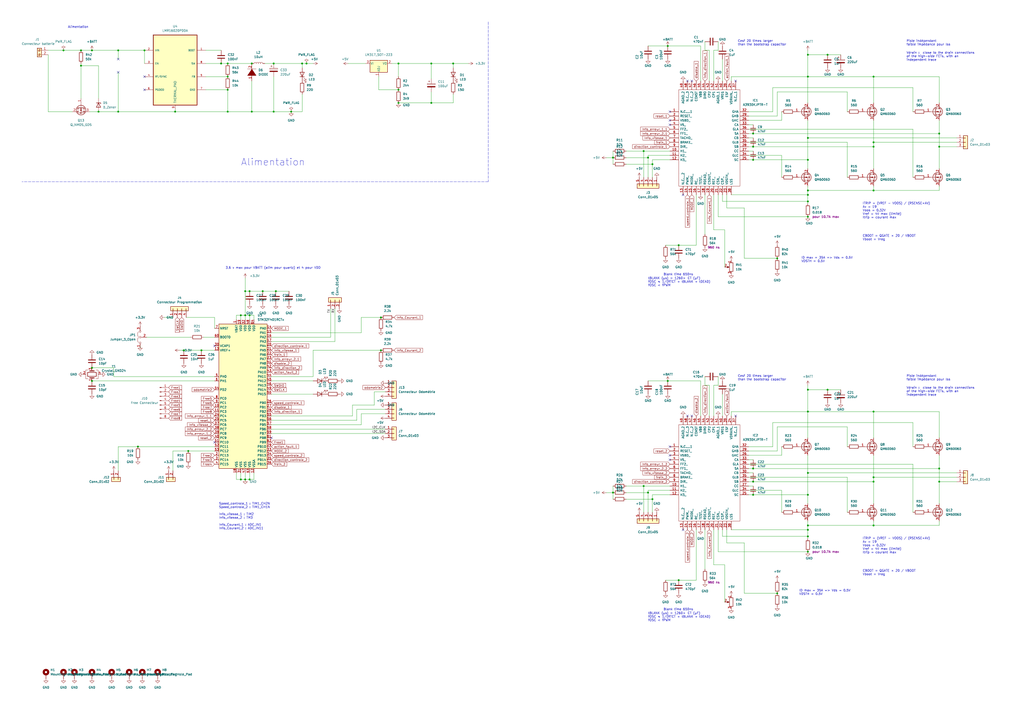
<source format=kicad_sch>
(kicad_sch (version 20211123) (generator eeschema)
  (paper "A2")
  (junction (at 436.88 271.78))
  (junction (at 468.63 274.32))
  (junction (at 231.14 59.69))
  (junction (at 436.88 85.09))
  (junction (at 468.63 226.06))
  (junction (at 450.85 149.86))
  (junction (at 436.88 287.02))
  (junction (at 132.08 64.77))
  (junction (at 144.78 168.91))
  (junction (at 144.78 182.88))
  (junction (at 436.88 279.4))
  (junction (at 544.83 85.09))
  (junction (at 142.24 278.13))
  (junction (at 53.34 213.36))
  (junction (at 373.38 87.63))
  (junction (at 177.8 36.83))
  (junction (at 116.84 203.2))
  (junction (at 80.01 259.08))
  (junction (at 158.75 36.83))
  (junction (at 480.06 226.06))
  (junction (at 544.83 279.4))
  (junction (at 468.63 116.84))
  (junction (at 106.68 203.2))
  (junction (at 109.22 261.62))
  (junction (at 468.63 110.49))
  (junction (at 132.08 36.83))
  (junction (at 506.73 44.45))
  (junction (at 436.88 92.71))
  (junction (at 53.34 220.98))
  (junction (at 506.73 279.4))
  (junction (at 46.99 38.1))
  (junction (at 468.63 287.02))
  (junction (at 387.35 220.98))
  (junction (at 160.02 168.91))
  (junction (at 468.63 238.76))
  (junction (at 231.14 52.07))
  (junction (at 355.6 91.44))
  (junction (at 387.35 26.67))
  (junction (at 393.7 336.55))
  (junction (at 506.73 82.55))
  (junction (at 231.14 36.83))
  (junction (at 468.63 31.75))
  (junction (at 146.05 36.83))
  (junction (at 132.08 44.45))
  (junction (at 139.7 278.13))
  (junction (at 355.6 285.75))
  (junction (at 468.63 44.45))
  (junction (at 101.6 64.77))
  (junction (at 144.78 278.13))
  (junction (at 375.92 285.75))
  (junction (at 506.73 110.49))
  (junction (at 393.7 142.24))
  (junction (at 83.82 29.21))
  (junction (at 220.98 184.15))
  (junction (at 468.63 113.03))
  (junction (at 139.7 182.88))
  (junction (at 378.46 289.56))
  (junction (at 506.73 238.76))
  (junction (at 128.27 36.83))
  (junction (at 53.34 29.21))
  (junction (at 68.58 64.77))
  (junction (at 375.92 91.44))
  (junction (at 544.83 77.47))
  (junction (at 436.88 77.47))
  (junction (at 468.63 125.73))
  (junction (at 373.38 281.94))
  (junction (at 450.85 344.17))
  (junction (at 468.63 304.8))
  (junction (at 506.73 304.8))
  (junction (at 250.19 59.69))
  (junction (at 68.58 29.21))
  (junction (at 132.08 52.07))
  (junction (at 378.46 95.25))
  (junction (at 57.15 64.77))
  (junction (at 262.89 36.83))
  (junction (at 468.63 311.15))
  (junction (at 36.83 29.21))
  (junction (at 468.63 307.34))
  (junction (at 468.63 80.01))
  (junction (at 220.98 203.2))
  (junction (at 142.24 182.88))
  (junction (at 168.91 64.77))
  (junction (at 152.4 168.91))
  (junction (at 158.75 64.77))
  (junction (at 146.05 64.77))
  (junction (at 468.63 320.04))
  (junction (at 46.99 29.21))
  (junction (at 480.06 31.75))
  (junction (at 468.63 92.71))
  (junction (at 175.26 36.83))
  (junction (at 506.73 276.86))
  (junction (at 544.83 271.78))
  (junction (at 142.24 168.91))
  (junction (at 506.73 85.09))
  (junction (at 250.19 36.83))
  (no_connect (at 68.58 34.29))
  (no_connect (at 68.58 41.91))
  (no_connect (at 426.72 241.3))
  (no_connect (at 388.62 266.7))
  (no_connect (at 388.62 72.39))
  (no_connect (at 388.62 69.85))
  (no_connect (at 83.82 44.45))
  (no_connect (at 83.82 52.07))
  (no_connect (at 124.46 256.54))
  (no_connect (at 157.48 254))
  (no_connect (at 396.24 307.34))
  (no_connect (at 426.72 46.99))
  (no_connect (at 401.32 46.99))
  (no_connect (at 398.78 46.99))
  (no_connect (at 396.24 113.03))
  (no_connect (at 388.62 64.77))
  (no_connect (at 398.78 241.3))
  (no_connect (at 401.32 241.3))
  (no_connect (at 388.62 264.16))
  (no_connect (at 124.46 200.66))
  (no_connect (at 388.62 259.08))
  (wire (pts (xy 506.73 69.85) (xy 506.73 82.55)))
  (wire (pts (xy 434.34 67.31) (xy 450.85 67.31)))
  (wire (pts (xy 529.59 245.11) (xy 529.59 259.08)))
  (wire (pts (xy 124.46 220.98) (xy 53.34 220.98)))
  (wire (pts (xy 468.63 44.45) (xy 506.73 44.45)))
  (wire (pts (xy 124.46 184.15) (xy 124.46 190.5)))
  (wire (pts (xy 209.55 240.03) (xy 223.52 240.03)))
  (wire (pts (xy 434.34 82.55) (xy 491.49 82.55)))
  (wire (pts (xy 468.63 80.01) (xy 468.63 92.71)))
  (wire (pts (xy 529.59 50.8) (xy 529.59 64.77)))
  (wire (pts (xy 52.07 64.77) (xy 57.15 64.77)))
  (wire (pts (xy 491.49 82.55) (xy 491.49 102.87)))
  (wire (pts (xy 416.56 320.04) (xy 468.63 320.04)))
  (wire (pts (xy 250.19 59.69) (xy 231.14 59.69)))
  (wire (pts (xy 544.83 264.16) (xy 544.83 271.78)))
  (wire (pts (xy 142.24 274.32) (xy 142.24 278.13)))
  (wire (pts (xy 378.46 102.87) (xy 378.46 95.25)))
  (wire (pts (xy 152.4 168.91) (xy 160.02 168.91)))
  (wire (pts (xy 434.34 90.17) (xy 453.39 90.17)))
  (wire (pts (xy 434.34 264.16) (xy 453.39 264.16)))
  (wire (pts (xy 544.83 271.78) (xy 544.83 279.4)))
  (wire (pts (xy 147.32 185.42) (xy 147.32 182.88)))
  (wire (pts (xy 207.01 237.49) (xy 223.52 237.49)))
  (wire (pts (xy 468.63 110.49) (xy 468.63 113.03)))
  (wire (pts (xy 468.63 110.49) (xy 506.73 110.49)))
  (wire (pts (xy 355.6 281.94) (xy 355.6 285.75)))
  (wire (pts (xy 95.25 184.15) (xy 100.33 184.15)))
  (wire (pts (xy 27.94 29.21) (xy 36.83 29.21)))
  (wire (pts (xy 450.85 53.34) (xy 491.49 53.34)))
  (wire (pts (xy 434.34 279.4) (xy 436.88 279.4)))
  (wire (pts (xy 378.46 92.71) (xy 388.62 92.71)))
  (wire (pts (xy 250.19 36.83) (xy 250.19 45.72)))
  (wire (pts (xy 544.83 304.8) (xy 544.83 302.26)))
  (wire (pts (xy 142.24 168.91) (xy 144.78 168.91)))
  (wire (pts (xy 411.48 29.21) (xy 411.48 46.99)))
  (wire (pts (xy 434.34 269.24) (xy 529.59 269.24)))
  (wire (pts (xy 414.02 327.66) (xy 420.37 327.66)))
  (wire (pts (xy 408.94 223.52) (xy 411.48 223.52)))
  (wire (pts (xy 431.8 120.65) (xy 431.8 149.86)))
  (wire (pts (xy 468.63 307.34) (xy 468.63 311.15)))
  (wire (pts (xy 491.49 53.34) (xy 491.49 64.77)))
  (wire (pts (xy 157.48 246.38) (xy 209.55 246.38)))
  (wire (pts (xy 468.63 238.76) (xy 506.73 238.76)))
  (wire (pts (xy 419.1 307.34) (xy 419.1 311.15)))
  (wire (pts (xy 506.73 110.49) (xy 544.83 110.49)))
  (wire (pts (xy 408.94 330.2) (xy 408.94 307.34)))
  (wire (pts (xy 419.1 228.6) (xy 419.1 241.3)))
  (wire (pts (xy 157.48 193.04) (xy 209.55 193.04)))
  (wire (pts (xy 231.14 36.83) (xy 250.19 36.83)))
  (wire (pts (xy 414.02 113.03) (xy 414.02 133.35)))
  (wire (pts (xy 132.08 64.77) (xy 146.05 64.77)))
  (wire (pts (xy 506.73 44.45) (xy 506.73 59.69)))
  (wire (pts (xy 68.58 41.91) (xy 68.58 64.77)))
  (wire (pts (xy 139.7 185.42) (xy 139.7 182.88)))
  (wire (pts (xy 157.48 195.58) (xy 191.77 195.58)))
  (wire (pts (xy 160.02 168.91) (xy 167.64 168.91)))
  (wire (pts (xy 116.84 203.2) (xy 124.46 203.2)))
  (wire (pts (xy 436.88 92.71) (xy 468.63 92.71)))
  (wire (pts (xy 416.56 223.52) (xy 416.56 218.44)))
  (wire (pts (xy 231.14 36.83) (xy 231.14 44.45)))
  (wire (pts (xy 506.73 238.76) (xy 506.73 254)))
  (wire (pts (xy 450.85 67.31) (xy 450.85 53.34)))
  (wire (pts (xy 158.75 44.45) (xy 158.75 64.77)))
  (wire (pts (xy 434.34 64.77) (xy 448.31 64.77)))
  (wire (pts (xy 386.08 142.24) (xy 393.7 142.24)))
  (wire (pts (xy 375.92 220.98) (xy 387.35 220.98)))
  (wire (pts (xy 378.46 289.56) (xy 378.46 287.02)))
  (wire (pts (xy 375.92 91.44) (xy 375.92 90.17)))
  (wire (pts (xy 431.8 149.86) (xy 450.85 149.86)))
  (wire (pts (xy 355.6 285.75) (xy 355.6 289.56)))
  (wire (pts (xy 434.34 276.86) (xy 491.49 276.86)))
  (wire (pts (xy 142.24 278.13) (xy 144.78 278.13)))
  (wire (pts (xy 468.63 116.84) (xy 468.63 118.11)))
  (wire (pts (xy 468.63 311.15) (xy 468.63 312.42)))
  (wire (pts (xy 468.63 274.32) (xy 554.99 274.32)))
  (polyline (pts (xy 283.21 105.41) (xy 12.7 105.41)))
  (wire (pts (xy 109.22 261.62) (xy 100.33 261.62)))
  (wire (pts (xy 544.83 85.09) (xy 554.99 85.09)))
  (wire (pts (xy 434.34 274.32) (xy 436.88 274.32)))
  (wire (pts (xy 419.1 34.29) (xy 419.1 46.99)))
  (wire (pts (xy 424.18 241.3) (xy 424.18 238.76)))
  (wire (pts (xy 544.83 238.76) (xy 544.83 254)))
  (wire (pts (xy 453.39 264.16) (xy 453.39 259.08)))
  (wire (pts (xy 421.64 113.03) (xy 421.64 120.65)))
  (wire (pts (xy 506.73 82.55) (xy 554.99 82.55)))
  (wire (pts (xy 175.26 36.83) (xy 175.26 39.37)))
  (wire (pts (xy 147.32 182.88) (xy 144.78 182.88)))
  (wire (pts (xy 434.34 261.62) (xy 450.85 261.62)))
  (wire (pts (xy 468.63 69.85) (xy 468.63 80.01)))
  (wire (pts (xy 66.04 218.44) (xy 124.46 218.44)))
  (wire (pts (xy 177.8 36.83) (xy 181.61 36.83)))
  (wire (pts (xy 66.04 213.36) (xy 66.04 218.44)))
  (wire (pts (xy 262.89 36.83) (xy 271.78 36.83)))
  (wire (pts (xy 419.1 311.15) (xy 468.63 311.15)))
  (wire (pts (xy 46.99 29.21) (xy 53.34 29.21)))
  (wire (pts (xy 139.7 182.88) (xy 142.24 182.88)))
  (wire (pts (xy 434.34 80.01) (xy 436.88 80.01)))
  (wire (pts (xy 80.01 259.08) (xy 124.46 259.08)))
  (wire (pts (xy 378.46 297.18) (xy 378.46 289.56)))
  (wire (pts (xy 436.88 287.02) (xy 468.63 287.02)))
  (wire (pts (xy 119.38 29.21) (xy 128.27 29.21)))
  (wire (pts (xy 544.83 44.45) (xy 544.83 59.69)))
  (wire (pts (xy 506.73 238.76) (xy 544.83 238.76)))
  (wire (pts (xy 262.89 54.61) (xy 262.89 59.69)))
  (wire (pts (xy 450.85 247.65) (xy 491.49 247.65)))
  (wire (pts (xy 153.67 36.83) (xy 158.75 36.83)))
  (wire (pts (xy 147.32 278.13) (xy 147.32 274.32)))
  (wire (pts (xy 414.02 223.52) (xy 416.56 223.52)))
  (wire (pts (xy 414.02 29.21) (xy 416.56 29.21)))
  (wire (pts (xy 100.33 261.62) (xy 100.33 273.05)))
  (wire (pts (xy 421.64 120.65) (xy 431.8 120.65)))
  (wire (pts (xy 431.8 314.96) (xy 431.8 344.17)))
  (wire (pts (xy 191.77 195.58) (xy 191.77 179.07)))
  (wire (pts (xy 142.24 182.88) (xy 144.78 182.88)))
  (wire (pts (xy 434.34 287.02) (xy 436.88 287.02)))
  (wire (pts (xy 157.48 243.84) (xy 207.01 243.84)))
  (wire (pts (xy 406.4 26.67) (xy 406.4 46.99)))
  (wire (pts (xy 448.31 245.11) (xy 529.59 245.11)))
  (wire (pts (xy 110.49 195.58) (xy 85.09 195.58)))
  (wire (pts (xy 57.15 64.77) (xy 68.58 64.77)))
  (wire (pts (xy 80.01 259.08) (xy 68.58 259.08)))
  (wire (pts (xy 158.75 36.83) (xy 175.26 36.83)))
  (wire (pts (xy 119.38 52.07) (xy 132.08 52.07)))
  (polyline (pts (xy 283.21 12.7) (xy 283.21 105.41)))
  (wire (pts (xy 227.33 36.83) (xy 231.14 36.83)))
  (wire (pts (xy 142.24 168.91) (xy 142.24 182.88)))
  (wire (pts (xy 378.46 95.25) (xy 378.46 92.71)))
  (wire (pts (xy 468.63 92.71) (xy 468.63 97.79)))
  (wire (pts (xy 57.15 38.1) (xy 57.15 57.15)))
  (wire (pts (xy 53.34 213.36) (xy 66.04 213.36)))
  (wire (pts (xy 416.56 125.73) (xy 468.63 125.73)))
  (wire (pts (xy 355.6 87.63) (xy 355.6 91.44)))
  (wire (pts (xy 468.63 304.8) (xy 506.73 304.8)))
  (wire (pts (xy 144.78 185.42) (xy 144.78 182.88)))
  (wire (pts (xy 468.63 31.75) (xy 468.63 44.45)))
  (wire (pts (xy 157.48 220.98) (xy 181.61 220.98)))
  (wire (pts (xy 468.63 274.32) (xy 468.63 287.02)))
  (wire (pts (xy 544.83 110.49) (xy 544.83 107.95)))
  (wire (pts (xy 83.82 29.21) (xy 83.82 36.83)))
  (wire (pts (xy 144.78 278.13) (xy 147.32 278.13)))
  (wire (pts (xy 219.71 52.07) (xy 231.14 52.07)))
  (wire (pts (xy 448.31 64.77) (xy 448.31 50.8)))
  (wire (pts (xy 132.08 36.83) (xy 146.05 36.83)))
  (wire (pts (xy 416.56 307.34) (xy 416.56 320.04)))
  (wire (pts (xy 468.63 29.21) (xy 468.63 31.75)))
  (wire (pts (xy 434.34 284.48) (xy 453.39 284.48)))
  (wire (pts (xy 375.92 26.67) (xy 387.35 26.67)))
  (wire (pts (xy 250.19 53.34) (xy 250.19 59.69)))
  (wire (pts (xy 393.7 336.55) (xy 403.86 336.55)))
  (wire (pts (xy 139.7 278.13) (xy 142.24 278.13)))
  (wire (pts (xy 363.22 95.25) (xy 378.46 95.25)))
  (wire (pts (xy 157.48 218.44) (xy 181.61 218.44)))
  (wire (pts (xy 434.34 271.78) (xy 436.88 271.78)))
  (wire (pts (xy 363.22 285.75) (xy 375.92 285.75)))
  (wire (pts (xy 434.34 266.7) (xy 436.88 266.7)))
  (wire (pts (xy 468.63 226.06) (xy 468.63 238.76)))
  (wire (pts (xy 424.18 238.76) (xy 468.63 238.76)))
  (wire (pts (xy 351.79 285.75) (xy 355.6 285.75)))
  (wire (pts (xy 217.17 234.95) (xy 217.17 227.33)))
  (wire (pts (xy 506.73 107.95) (xy 506.73 110.49)))
  (wire (pts (xy 387.35 220.98) (xy 406.4 220.98)))
  (wire (pts (xy 434.34 77.47) (xy 436.88 77.47)))
  (wire (pts (xy 491.49 276.86) (xy 491.49 297.18)))
  (wire (pts (xy 424.18 113.03) (xy 468.63 113.03)))
  (wire (pts (xy 175.26 64.77) (xy 175.26 54.61)))
  (wire (pts (xy 434.34 69.85) (xy 453.39 69.85)))
  (wire (pts (xy 453.39 284.48) (xy 453.39 297.18)))
  (wire (pts (xy 468.63 287.02) (xy 468.63 292.1)))
  (wire (pts (xy 468.63 44.45) (xy 468.63 59.69)))
  (wire (pts (xy 137.16 182.88) (xy 139.7 182.88)))
  (wire (pts (xy 146.05 64.77) (xy 158.75 64.77)))
  (wire (pts (xy 434.34 259.08) (xy 448.31 259.08)))
  (wire (pts (xy 468.63 113.03) (xy 468.63 116.84)))
  (wire (pts (xy 157.48 228.6) (xy 181.61 228.6)))
  (wire (pts (xy 378.46 287.02) (xy 388.62 287.02)))
  (wire (pts (xy 468.63 226.06) (xy 480.06 226.06)))
  (wire (pts (xy 544.83 279.4) (xy 544.83 292.1)))
  (wire (pts (xy 204.47 234.95) (xy 217.17 234.95)))
  (wire (pts (xy 419.1 113.03) (xy 419.1 116.84)))
  (wire (pts (xy 207.01 243.84) (xy 207.01 237.49)))
  (wire (pts (xy 132.08 52.07) (xy 132.08 64.77)))
  (wire (pts (xy 204.47 241.3) (xy 204.47 234.95)))
  (wire (pts (xy 436.88 85.09) (xy 506.73 85.09)))
  (wire (pts (xy 506.73 276.86) (xy 554.99 276.86)))
  (wire (pts (xy 373.38 281.94) (xy 388.62 281.94)))
  (wire (pts (xy 544.83 69.85) (xy 544.83 77.47)))
  (wire (pts (xy 137.16 274.32) (xy 137.16 278.13)))
  (wire (pts (xy 201.93 36.83) (xy 212.09 36.83)))
  (wire (pts (xy 46.99 36.83) (xy 46.99 38.1)))
  (wire (pts (xy 434.34 92.71) (xy 436.88 92.71)))
  (wire (pts (xy 480.06 31.75) (xy 487.68 31.75)))
  (wire (pts (xy 157.48 251.46) (xy 223.52 251.46)))
  (wire (pts (xy 424.18 44.45) (xy 468.63 44.45)))
  (wire (pts (xy 27.94 31.75) (xy 27.94 64.77)))
  (wire (pts (xy 363.22 87.63) (xy 373.38 87.63)))
  (wire (pts (xy 363.22 281.94) (xy 373.38 281.94)))
  (wire (pts (xy 104.14 203.2) (xy 106.68 203.2)))
  (wire (pts (xy 68.58 34.29) (xy 68.58 29.21)))
  (wire (pts (xy 506.73 276.86) (xy 506.73 279.4)))
  (wire (pts (xy 181.61 218.44) (xy 181.61 203.2)))
  (wire (pts (xy 436.88 271.78) (xy 544.83 271.78)))
  (wire (pts (xy 480.06 226.06) (xy 487.68 226.06)))
  (wire (pts (xy 373.38 87.63) (xy 373.38 102.87)))
  (wire (pts (xy 46.99 38.1) (xy 46.99 57.15)))
  (wire (pts (xy 420.37 327.66) (xy 420.37 349.25)))
  (wire (pts (xy 119.38 36.83) (xy 128.27 36.83)))
  (wire (pts (xy 219.71 52.07) (xy 219.71 44.45)))
  (wire (pts (xy 544.83 77.47) (xy 544.83 85.09)))
  (wire (pts (xy 46.99 38.1) (xy 57.15 38.1)))
  (wire (pts (xy 217.17 227.33) (xy 223.52 227.33)))
  (wire (pts (xy 468.63 107.95) (xy 468.63 110.49)))
  (wire (pts (xy 375.92 90.17) (xy 388.62 90.17)))
  (wire (pts (xy 403.86 113.03) (xy 403.86 142.24)))
  (wire (pts (xy 81.28 200.66) (xy 81.28 201.93)))
  (wire (pts (xy 27.94 64.77) (xy 41.91 64.77)))
  (wire (pts (xy 175.26 36.83) (xy 177.8 36.83)))
  (wire (pts (xy 408.94 218.44) (xy 408.94 223.52)))
  (wire (pts (xy 450.85 261.62) (xy 450.85 247.65)))
  (wire (pts (xy 468.63 302.26) (xy 468.63 304.8)))
  (wire (pts (xy 544.83 85.09) (xy 544.83 97.79)))
  (wire (pts (xy 375.92 285.75) (xy 375.92 297.18)))
  (wire (pts (xy 414.02 46.99) (xy 414.02 29.21)))
  (wire (pts (xy 109.22 261.62) (xy 124.46 261.62)))
  (wire (pts (xy 181.61 203.2) (xy 220.98 203.2)))
  (wire (pts (xy 137.16 278.13) (xy 139.7 278.13)))
  (wire (pts (xy 506.73 82.55) (xy 506.73 85.09)))
  (wire (pts (xy 491.49 247.65) (xy 491.49 259.08)))
  (wire (pts (xy 386.08 336.55) (xy 393.7 336.55)))
  (wire (pts (xy 468.63 80.01) (xy 554.99 80.01)))
  (wire (pts (xy 434.34 85.09) (xy 436.88 85.09)))
  (wire (pts (xy 436.88 279.4) (xy 506.73 279.4)))
  (wire (pts (xy 375.92 284.48) (xy 388.62 284.48)))
  (wire (pts (xy 68.58 29.21) (xy 83.82 29.21)))
  (wire (pts (xy 424.18 307.34) (xy 468.63 307.34)))
  (wire (pts (xy 434.34 74.93) (xy 529.59 74.93)))
  (wire (pts (xy 408.94 24.13) (xy 408.94 29.21)))
  (wire (pts (xy 468.63 238.76) (xy 468.63 254)))
  (wire (pts (xy 157.48 241.3) (xy 204.47 241.3)))
  (wire (pts (xy 157.48 248.92) (xy 223.52 248.92)))
  (wire (pts (xy 373.38 281.94) (xy 373.38 297.18)))
  (wire (pts (xy 506.73 302.26) (xy 506.73 304.8)))
  (wire (pts (xy 468.63 31.75) (xy 480.06 31.75)))
  (wire (pts (xy 529.59 74.93) (xy 529.59 102.87)))
  (wire (pts (xy 431.8 344.17) (xy 450.85 344.17)))
  (wire (pts (xy 146.05 46.99) (xy 146.05 64.77)))
  (wire (pts (xy 506.73 304.8) (xy 544.83 304.8)))
  (wire (pts (xy 387.35 26.67) (xy 406.4 26.67)))
  (wire (pts (xy 209.55 246.38) (xy 209.55 240.03)))
  (wire (pts (xy 414.02 133.35) (xy 420.37 133.35)))
  (wire (pts (xy 448.31 50.8) (xy 529.59 50.8)))
  (wire (pts (xy 53.34 29.21) (xy 68.58 29.21)))
  (wire (pts (xy 453.39 69.85) (xy 453.39 64.77)))
  (wire (pts (xy 101.6 63.5) (xy 101.6 64.77)))
  (wire (pts (xy 424.18 46.99) (xy 424.18 44.45)))
  (wire (pts (xy 448.31 259.08) (xy 448.31 245.11)))
  (wire (pts (xy 168.91 64.77) (xy 175.26 64.77)))
  (wire (pts (xy 373.38 87.63) (xy 388.62 87.63)))
  (wire (pts (xy 363.22 289.56) (xy 378.46 289.56)))
  (wire (pts (xy 209.55 193.04) (xy 209.55 184.15)))
  (wire (pts (xy 194.31 198.12) (xy 194.31 179.07)))
  (wire (pts (xy 107.95 184.15) (xy 124.46 184.15)))
  (wire (pts (xy 506.73 44.45) (xy 544.83 44.45)))
  (wire (pts (xy 250.19 36.83) (xy 262.89 36.83)))
  (wire (pts (xy 68.58 64.77) (xy 101.6 64.77)))
  (wire (pts (xy 408.94 135.89) (xy 408.94 113.03)))
  (wire (pts (xy 506.73 85.09) (xy 506.73 97.79)))
  (wire (pts (xy 119.38 44.45) (xy 132.08 44.45)))
  (wire (pts (xy 209.55 184.15) (xy 220.98 184.15)))
  (wire (pts (xy 416.56 29.21) (xy 416.56 24.13)))
  (wire (pts (xy 406.4 220.98) (xy 406.4 241.3)))
  (wire (pts (xy 436.88 77.47) (xy 544.83 77.47)))
  (wire (pts (xy 101.6 64.77) (xy 132.08 64.77)))
  (wire (pts (xy 128.27 36.83) (xy 132.08 36.83)))
  (wire (pts (xy 506.73 279.4) (xy 506.73 292.1)))
  (wire (pts (xy 144.78 168.91) (xy 152.4 168.91)))
  (wire (pts (xy 416.56 113.03) (xy 416.56 125.73)))
  (wire (pts (xy 142.24 161.29) (xy 142.24 168.91)))
  (wire (pts (xy 375.92 285.75) (xy 375.92 284.48)))
  (wire (pts (xy 355.6 91.44) (xy 355.6 95.25)))
  (wire (pts (xy 529.59 269.24) (xy 529.59 297.18)))
  (wire (pts (xy 36.83 29.21) (xy 46.99 29.21)))
  (wire (pts (xy 421.64 307.34) (xy 421.64 314.96)))
  (wire (pts (xy 506.73 264.16) (xy 506.73 276.86)))
  (wire (pts (xy 137.16 185.42) (xy 137.16 182.88)))
  (wire (pts (xy 468.63 223.52) (xy 468.63 226.06)))
  (wire (pts (xy 139.7 274.32) (xy 139.7 278.13)))
  (wire (pts (xy 375.92 91.44) (xy 375.92 102.87)))
  (wire (pts (xy 262.89 36.83) (xy 262.89 39.37)))
  (wire (pts (xy 144.78 274.32) (xy 144.78 278.13)))
  (wire (pts (xy 419.1 116.84) (xy 468.63 116.84)))
  (wire (pts (xy 453.39 90.17) (xy 453.39 102.87)))
  (wire (pts (xy 262.89 59.69) (xy 250.19 59.69)))
  (wire (pts (xy 434.34 281.94) (xy 436.88 281.94)))
  (wire (pts (xy 403.86 307.34) (xy 403.86 336.55)))
  (wire (pts (xy 414.02 307.34) (xy 414.02 327.66)))
  (wire (pts (xy 544.83 279.4) (xy 554.99 279.4)))
  (wire (pts (xy 142.24 182.88) (xy 142.24 185.42)))
  (wire (pts (xy 468.63 264.16) (xy 468.63 274.32)))
  (wire (pts (xy 393.7 142.24) (xy 403.86 142.24)))
  (wire (pts (xy 157.48 198.12) (xy 194.31 198.12)))
  (wire (pts (xy 68.58 259.08) (xy 68.58 273.05)))
  (wire (pts (xy 351.79 91.44) (xy 355.6 91.44)))
  (wire (pts (xy 118.11 195.58) (xy 124.46 195.58)))
  (wire (pts (xy 363.22 91.44) (xy 375.92 91.44)))
  (wire (pts (xy 421.64 314.96) (xy 431.8 314.96)))
  (wire (pts (xy 106.68 203.2) (xy 116.84 203.2)))
  (wire (pts (xy 420.37 133.35) (xy 420.37 154.94)))
  (wire (pts (xy 434.34 72.39) (xy 436.88 72.39)))
  (wire (pts (xy 434.34 87.63) (xy 436.88 87.63)))
  (wire (pts (xy 408.94 29.21) (xy 411.48 29.21)))
  (wire (pts (xy 414.02 241.3) (xy 414.02 223.52)))
  (wire (pts (xy 158.75 64.77) (xy 168.91 64.77)))
  (wire (pts (xy 411.48 223.52) (xy 411.48 241.3)))
  (wire (pts (xy 468.63 304.8) (xy 468.63 307.34)))
  (text "tBLANK (µs) = 1260×  CT (µF)\nfOSC ≈ 1/(RTCT + tBLANK + tDEAD) \nfOSC < fPWM" (at 375.92 166.37 0) (effects (font (size 1.27 1.27)) (justify left bottom)))
  (text "Blank time 650ns" (at 384.81 354.33 0) (effects (font (size 1.27 1.27)) (justify left bottom)))
  (text "Alimentation " (at 139.7 96.52 0) (effects (font (size 4 4)) (justify left bottom)))
  (text "ITRIP = (VREF - VOOS) / (RSENSE×AV)\nAv = 19\nVoos = 0.32V\nVref = 4V max (limité)\nItrip = courant max" (at 500.38 321.31 0) (effects (font (size 1.27 1.27)) (justify left bottom)))
  (text "CBOOT = QGATE × 20 / VBOOT\nVboot = Vreg\n" (at 500.38 139.7 0) (effects (font (size 1.27 1.27)) (justify left bottom)))
  (text "Speed_controle_1 : TIM1_CH2N\nSpeed_controle_2 : TIM1_CH1N\n\nInfo_vitesse_1 : TIM2\nInfo_vitesse_2 : TM3\n\nInfo_Courant_1 : ADC_IN1\nInfo_Courant_2 : ADC_IN11\n" (at 127 307.34 0) (effects (font (size 1.27 1.27)) (justify left bottom)))
  (text "ID max = 35A => Vds = 0.5V\nVDSTH = 0.5V" (at 464.82 152.4 0) (effects (font (size 1.27 1.27)) (justify left bottom)))
  (text "Vdrain :  close to the drain connections \nof the high-side FETs, with an \nindependent trace" (at 525.78 35.56 0) (effects (font (size 1.27 1.27)) (justify left bottom)))
  (text "Blank time 650ns" (at 384.81 160.02 0) (effects (font (size 1.27 1.27)) (justify left bottom)))
  (text "Vdrain :  close to the drain connections \nof the high-side FETs, with an \nindependent trace" (at 525.78 229.87 0) (effects (font (size 1.27 1.27)) (justify left bottom)))
  (text "Piste indépendant \nfaible impédance pour lss\n" (at 525.78 220.98 0) (effects (font (size 1.27 1.27)) (justify left bottom)))
  (text "Piste indépendant \nfaible impédance pour lss\n" (at 525.78 26.67 0) (effects (font (size 1.27 1.27)) (justify left bottom)))
  (text "Cesf 20 times larger \nthan the bootstrap capacitor" (at 427.99 220.98 0) (effects (font (size 1.27 1.27)) (justify left bottom)))
  (text "tBLANK (µs) = 1260×  CT (µF)\nfOSC ≈ 1/(RTCT + tBLANK + tDEAD) \nfOSC < fPWM" (at 375.92 360.68 0) (effects (font (size 1.27 1.27)) (justify left bottom)))
  (text "Cesf 20 times larger \nthan the bootstrap capacitor" (at 427.99 26.67 0) (effects (font (size 1.27 1.27)) (justify left bottom)))
  (text "ITRIP = (VREF - VOOS) / (RSENSE×AV)\nAv = 19\nVoos = 0.32V\nVref = 4V max (limité)\nItrip = courant max" (at 500.38 127 0) (effects (font (size 1.27 1.27)) (justify left bottom)))
  (text "ID max = 35A => Vds = 0.5V\nVDSTH = 0.5V" (at 463.55 345.44 0) (effects (font (size 1.27 1.27)) (justify left bottom)))
  (text "3,6 v max pour VBATT (alim pour quartz) et 4 pour VDD" (at 130.81 156.21 0) (effects (font (size 1.27 1.27)) (justify left bottom)))
  (text "Alimentation " (at 39.37 16.51 0) (effects (font (size 1.27 1.27)) (justify left bottom)))
  (text "CBOOT = QGATE × 20 / VBOOT\nVboot = Vreg\n" (at 500.38 334.01 0) (effects (font (size 1.27 1.27)) (justify left bottom)))
  (label "I2C_CLK" (at 215.9 248.92 0))
  (label "TX" (at 191.77 181.61 90))
  (label "I2C_SDA" (at 215.9 251.46 0))
  (label "RX" (at 194.31 181.61 90))
  (global_label "Free4" (shape input) (at 97.79 232.41 0) (property "Intersheet References" "${INTERSHEET_REFS}" (effects hide)))
  (global_label "direction_controle_1" (shape input) (at 388.62 85.09 180) (property "Intersheet References" "${INTERSHEET_REFS}" (effects hide)))
  (global_label "action_fault_1" (shape input) (at 421.64 46.99 90) (property "Intersheet References" "${INTERSHEET_REFS}" (effects hide)))
  (global_label "odometrie2" (shape input) (at 124.46 226.06 180) (property "Intersheet References" "${INTERSHEET_REFS}" (effects hide)))
  (global_label "speed_controle_2" (shape input) (at 398.78 307.34 270) (property "Intersheet References" "${INTERSHEET_REFS}" (effects hide)))
  (global_label "Info_Courant_1" (shape input) (at 411.48 113.03 270) (property "Intersheet References" "${INTERSHEET_REFS}" (effects hide)))
  (global_label "MODE_1" (shape input) (at 157.48 190.5 0) (property "Intersheet References" "${INTERSHEET_REFS}" (effects hide)))
  (global_label "Free7" (shape input) (at 97.79 240.03 0) (property "Intersheet References" "${INTERSHEET_REFS}" (effects hide)))
  (global_label "frein_1" (shape input) (at 157.48 205.74 0) (property "Intersheet References" "${INTERSHEET_REFS}" (effects hide)))
  (global_label "Free8" (shape input) (at 124.46 238.76 180) (property "Intersheet References" "${INTERSHEET_REFS}" (effects hide)))
  (global_label "Info_erreur_1_2" (shape input) (at 388.62 269.24 180) (property "Intersheet References" "${INTERSHEET_REFS}" (effects hide)))
  (global_label "SWCLK" (shape input) (at 102.87 184.15 270) (property "Intersheet References" "${INTERSHEET_REFS}" (effects hide)))
  (global_label "MODE_2" (shape input) (at 157.48 261.62 0) (property "Intersheet References" "${INTERSHEET_REFS}" (effects hide)))
  (global_label "Free2" (shape input) (at 124.46 264.16 180) (property "Intersheet References" "${INTERSHEET_REFS}" (effects hide)))
  (global_label "Free1" (shape input) (at 97.79 224.79 0) (property "Intersheet References" "${INTERSHEET_REFS}" (effects hide)))
  (global_label "Free3" (shape input) (at 124.46 266.7 180) (property "Intersheet References" "${INTERSHEET_REFS}" (effects hide)))
  (global_label "disable_2" (shape input) (at 157.48 210.82 0) (property "Intersheet References" "${INTERSHEET_REFS}" (effects hide)))
  (global_label "Info_vitesse_2" (shape input) (at 124.46 246.38 180) (property "Intersheet References" "${INTERSHEET_REFS}" (effects hide)))
  (global_label "Free2" (shape input) (at 97.79 227.33 0) (property "Intersheet References" "${INTERSHEET_REFS}" (effects hide)))
  (global_label "frein_1" (shape input) (at 388.62 82.55 180) (property "Intersheet References" "${INTERSHEET_REFS}" (effects hide)))
  (global_label "disable_1" (shape input) (at 157.48 236.22 0) (property "Intersheet References" "${INTERSHEET_REFS}" (effects hide)))
  (global_label "action_fault_2" (shape input) (at 421.64 241.3 90) (property "Intersheet References" "${INTERSHEET_REFS}" (effects hide)))
  (global_label "frein_2" (shape input) (at 388.62 276.86 180) (property "Intersheet References" "${INTERSHEET_REFS}" (effects hide)))
  (global_label "reset_1" (shape input) (at 388.62 67.31 180) (property "Intersheet References" "${INTERSHEET_REFS}" (effects hide)))
  (global_label "Info_erreur_2_2" (shape input) (at 124.46 248.92 180) (property "Intersheet References" "${INTERSHEET_REFS}" (effects hide)))
  (global_label "reset_2" (shape input) (at 124.46 254 180) (property "Intersheet References" "${INTERSHEET_REFS}" (effects hide)))
  (global_label "Free8" (shape input) (at 97.79 242.57 0) (property "Intersheet References" "${INTERSHEET_REFS}" (effects hide)))
  (global_label "info_direction_2" (shape input) (at 157.48 213.36 0) (property "Intersheet References" "${INTERSHEET_REFS}" (effects hide)))
  (global_label "speed_controle_1" (shape input) (at 157.48 233.68 0) (property "Intersheet References" "${INTERSHEET_REFS}" (effects hide)))
  (global_label "Free6" (shape input) (at 124.46 233.68 180) (property "Intersheet References" "${INTERSHEET_REFS}" (effects hide)))
  (global_label "Info_erreur_1_2" (shape input) (at 124.46 251.46 180) (property "Intersheet References" "${INTERSHEET_REFS}" (effects hide)))
  (global_label "Free5" (shape input) (at 97.79 234.95 0) (property "Intersheet References" "${INTERSHEET_REFS}" (effects hide)))
  (global_label "Free4" (shape input) (at 124.46 269.24 180) (property "Intersheet References" "${INTERSHEET_REFS}" (effects hide)))
  (global_label "Free3" (shape input) (at 97.79 229.87 0) (property "Intersheet References" "${INTERSHEET_REFS}" (effects hide)))
  (global_label "Free5" (shape input) (at 124.46 231.14 180) (property "Intersheet References" "${INTERSHEET_REFS}" (effects hide)))
  (global_label "SWCLK" (shape input) (at 157.48 226.06 0) (property "Intersheet References" "${INTERSHEET_REFS}" (effects hide)))
  (global_label "info_direction_1" (shape input) (at 408.94 46.99 90) (property "Intersheet References" "${INTERSHEET_REFS}" (effects hide)))
  (global_label "Free7" (shape input) (at 124.46 236.22 180) (property "Intersheet References" "${INTERSHEET_REFS}" (effects hide)))
  (global_label "speed_controle_2" (shape input) (at 157.48 264.16 0) (property "Intersheet References" "${INTERSHEET_REFS}" (effects hide)))
  (global_label "action_fault_1" (shape input) (at 157.48 259.08 0) (property "Intersheet References" "${INTERSHEET_REFS}" (effects hide)))
  (global_label "direction_controle_2" (shape input) (at 157.48 266.7 0) (property "Intersheet References" "${INTERSHEET_REFS}" (effects hide)))
  (global_label "Info_vitesse_1" (shape input) (at 157.48 203.2 0) (property "Intersheet References" "${INTERSHEET_REFS}" (effects hide)))
  (global_label "Info_erreur_2_1" (shape input) (at 388.62 77.47 180) (property "Intersheet References" "${INTERSHEET_REFS}" (effects hide)))
  (global_label "Info_vitesse_1" (shape input) (at 388.62 80.01 180) (property "Intersheet References" "${INTERSHEET_REFS}" (effects hide)))
  (global_label "SWDIO" (shape input) (at 105.41 184.15 270) (property "Intersheet References" "${INTERSHEET_REFS}" (effects hide)))
  (global_label "Info_vitesse_2" (shape input) (at 388.62 274.32 180) (property "Intersheet References" "${INTERSHEET_REFS}" (effects hide)))
  (global_label "Info_erreur_1_1" (shape input) (at 388.62 74.93 180) (property "Intersheet References" "${INTERSHEET_REFS}" (effects hide)))
  (global_label "info_direction_2" (shape input) (at 408.94 241.3 90) (property "Intersheet References" "${INTERSHEET_REFS}" (effects hide)))
  (global_label "Info_Courant_2" (shape input) (at 411.48 307.34 270) (property "Intersheet References" "${INTERSHEET_REFS}" (effects hide)))
  (global_label "SWDIO" (shape input) (at 157.48 223.52 0) (property "Intersheet References" "${INTERSHEET_REFS}" (effects hide)))
  (global_label "Free1" (shape input) (at 157.48 256.54 0) (property "Intersheet References" "${INTERSHEET_REFS}" (effects hide)))
  (global_label "Info_Courant_2" (shape input) (at 228.6 203.2 0) (property "Intersheet References" "${INTERSHEET_REFS}" (effects hide)))
  (global_label "frein_2" (shape input) (at 157.48 269.24 0) (property "Intersheet References" "${INTERSHEET_REFS}" (effects hide)))
  (global_label "Info_erreur_1_1" (shape input) (at 124.46 241.3 180) (property "Intersheet References" "${INTERSHEET_REFS}" (effects hide)))
  (global_label "action_fault_2" (shape input) (at 157.48 215.9 0) (property "Intersheet References" "${INTERSHEET_REFS}" (effects hide)))
  (global_label "odometrie2" (shape input) (at 223.52 224.79 180) (property "Intersheet References" "${INTERSHEET_REFS}" (effects hide)))
  (global_label "reset_1" (shape input) (at 124.46 243.84 180) (property "Intersheet References" "${INTERSHEET_REFS}" (effects hide)))
  (global_label "MODE_1" (shape input) (at 401.32 113.03 270) (property "Intersheet References" "${INTERSHEET_REFS}" (effects hide)))
  (global_label "direction_controle_1" (shape input) (at 157.48 200.66 0) (property "Intersheet References" "${INTERSHEET_REFS}" (effects hide)))
  (global_label "MODE_2" (shape input) (at 401.32 307.34 270) (property "Intersheet References" "${INTERSHEET_REFS}" (effects hide)))
  (global_label "info_direction_1" (shape input) (at 157.48 238.76 0) (property "Intersheet References" "${INTERSHEET_REFS}" (effects hide)))
  (global_label "direction_controle_2" (shape input) (at 388.62 279.4 180) (property "Intersheet References" "${INTERSHEET_REFS}" (effects hide)))
  (global_label "Info_erreur_2_2" (shape input) (at 388.62 271.78 180) (property "Intersheet References" "${INTERSHEET_REFS}" (effects hide)))
  (global_label "Info_erreur_2_1" (shape input) (at 157.48 208.28 0) (property "Intersheet References" "${INTERSHEET_REFS}" (effects hide)))
  (global_label "reset_2" (shape input) (at 388.62 261.62 180) (property "Intersheet References" "${INTERSHEET_REFS}" (effects hide)))
  (global_label "disable_2" (shape input) (at 403.86 241.3 90) (property "Intersheet References" "${INTERSHEET_REFS}" (effects hide)))
  (global_label "Free6" (shape input) (at 97.79 237.49 0) (property "Intersheet References" "${INTERSHEET_REFS}" (effects hide)))
  (global_label "disable_1" (shape input) (at 403.86 46.99 90) (property "Intersheet References" "${INTERSHEET_REFS}" (effects hide)))
  (global_label "Info_Courant_1" (shape input) (at 228.6 184.15 0) (property "Intersheet References" "${INTERSHEET_REFS}" (effects hide)))
  (global_label "speed_controle_1" (shape input) (at 398.78 113.03 270) (property "Intersheet References" "${INTERSHEET_REFS}" (effects hide)))
  (symbol (lib_id "Device:C_Small") (at 436.88 269.24 0) (unit 1)
    (property "Reference" "C22" (at 439.42 267.9762 0) (effects (justify left)))
    (property "Value" "47nF" (at 439.42 270.5162 0) (effects (justify left)))
    (property "Footprint" "Capacitor_SMD:C_0805_2012Metric_Pad1.18x1.45mm_HandSolder" (effects hide))
  )
  (symbol (lib_id "Device:C") (at 387.35 224.79 0) (unit 1)
    (property "Reference" "C18" (at 381 227.33 90))
    (property "Value" "100nF" (at 383.54 226.06 90))
    (property "Footprint" "Capacitor_SMD:C_0805_2012Metric_Pad1.18x1.45mm_HandSolder" (effects hide))
  )
  (symbol (lib_id "Device:R") (at 359.41 91.44 90) (unit 1)
    (property "Reference" "R12" (at 359.41 85.09 90))
    (property "Value" "52k" (at 359.41 87.63 90))
    (property "Footprint" "Resistor_SMD:R_0805_2012Metric_Pad1.20x1.40mm_HandSolder" (effects hide))
  )
  (symbol (lib_id "power:GND") (at 36.83 393.7 0) (unit 1)
    (property "Reference" "#PWR077" (effects hide))
    (property "Value" "GND" (at 36.83 398.78 0))
  )
  (symbol (lib_id "Device:C") (at 53.34 209.55 0) (unit 1)
    (property "Reference" "C14" (at 57.15 208.2799 0) (effects (justify left)))
    (property "Value" "10pF" (at 57.15 210.8199 0) (effects (justify left)))
    (property "Footprint" "Capacitor_SMD:C_0805_2012Metric_Pad1.18x1.45mm_HandSolder" (effects hide))
  )
  (symbol (lib_id "power:GND") (at 468.63 320.04 0) (unit 1)
    (property "Reference" "#PWR055" (effects hide))
    (property "Value" "GND" (at 467.36 323.85 0) (effects (justify left)))
  )
  (symbol (lib_id "Device:C") (at 106.68 207.01 0) (unit 1)
    (property "Reference" "C25" (at 110.49 205.7399 0) (effects (justify left)))
    (property "Value" "10nF" (at 110.49 208.2799 0) (effects (justify left)))
    (property "Footprint" "Capacitor_SMD:C_0805_2012Metric_Pad1.18x1.45mm_HandSolder" (effects hide))
  )
  (symbol (lib_id "Device:C") (at 128.27 33.02 0) (unit 1)
    (property "Reference" "C32" (at 132.08 31.7499 0) (effects (justify left)))
    (property "Value" "100nF" (at 132.08 34.2899 0) (effects (justify left)))
    (property "Footprint" "Capacitor_SMD:C_0805_2012Metric_Pad1.18x1.45mm_HandSolder" (effects hide))
  )
  (symbol (lib_id "Transistor_FET:QM6006D") (at 466.09 259.08 0) (unit 1)
    (property "Reference" "Q7" (at 472.44 257.8099 0) (effects (justify left)))
    (property "Value" "QM6006D" (at 472.44 260.3499 0) (effects (justify left)))
    (property "Footprint" "Package_TO_SOT_SMD:TO-252-2" (effects hide))
    (property "Datasheet" "http://www.jaolen.com/images/pdf/QM6006D.pdf" (effects hide))
  )
  (symbol (lib_id "Device:R") (at 359.41 281.94 90) (unit 1)
    (property "Reference" "R26" (at 359.41 275.59 90))
    (property "Value" "52k" (at 359.41 278.13 90))
    (property "Footprint" "Resistor_SMD:R_0805_2012Metric_Pad1.20x1.40mm_HandSolder" (effects hide))
  )
  (symbol (lib_id "Connector_Generic:Conn_01x04") (at 228.6 224.79 0) (unit 1)
    (property "Reference" "J13" (at 231.14 224.7899 0) (effects (justify left)))
    (property "Value" "Connecteur Odométrie" (at 231.14 227.3299 0) (effects (justify left)))
    (property "Footprint" "Connector_JST:JST_XH_B4B-XH-A_1x04_P2.50mm_Vertical" (effects hide))
  )
  (symbol (lib_id "power:GND") (at 450.85 157.48 0) (unit 1)
    (property "Reference" "#PWR073" (effects hide))
    (property "Value" "GND" (at 450.85 162.56 0))
  )
  (symbol (lib_id "Connector_Generic:Conn_01x04") (at 102.87 179.07 90) (unit 1)
    (property "Reference" "J4" (at 104.14 172.72 90))
    (property "Value" "Connecteur Programmation" (at 104.14 175.26 90))
    (property "Footprint" "Connector_PinHeader_2.54mm:PinHeader_1x04_P2.54mm_Vertical" (effects hide))
  )
  (symbol (lib_id "power:PWR_FLAG") (at 36.83 29.21 0) (unit 1)
    (property "Reference" "#FLG0101" (effects hide))
    (property "Value" "PWR_FLAG" (at 36.83 24.13 0))
  )
  (symbol (lib_id "Device:C") (at 375.92 224.79 0) (unit 1)
    (property "Reference" "C17" (at 369.57 227.33 90))
    (property "Value" "10uF" (at 372.11 226.06 90))
    (property "Footprint" "Capacitor_SMD:C_0805_2012Metric_Pad1.18x1.45mm_HandSolder" (effects hide))
  )
  (symbol (lib_id "Device:R") (at 495.3 102.87 90) (unit 1)
    (property "Reference" "R15" (at 495.3 96.52 90))
    (property "Value" "560" (at 495.3 99.06 90))
    (property "Footprint" "Resistor_SMD:R_0805_2012Metric_Pad1.20x1.40mm_HandSolder" (effects hide))
  )
  (symbol (lib_id "Device:R") (at 359.41 87.63 90) (unit 1)
    (property "Reference" "R11" (at 359.41 81.28 90))
    (property "Value" "52k" (at 359.41 83.82 90))
    (property "Footprint" "Resistor_SMD:R_0805_2012Metric_Pad1.20x1.40mm_HandSolder" (effects hide))
  )
  (symbol (lib_id "power:GND") (at 487.68 233.68 0) (unit 1)
    (property "Reference" "#PWR047" (effects hide))
    (property "Value" "GND" (at 487.68 237.49 0))
  )
  (symbol (lib_id "power:GND") (at 386.08 344.17 0) (unit 1)
    (property "Reference" "#PWR059" (effects hide))
    (property "Value" "GND" (at 386.08 349.25 0))
  )
  (symbol (lib_id "power:+3.3V") (at 104.14 203.2 90) (unit 1)
    (property "Reference" "#PWR076" (effects hide))
    (property "Value" "+3.3V" (at 105.41 203.1999 90) (effects (justify right)))
  )
  (symbol (lib_id "Device:R") (at 533.4 297.18 90) (unit 1)
    (property "Reference" "R31" (at 533.4 290.83 90))
    (property "Value" "560" (at 533.4 293.37 90))
    (property "Footprint" "Resistor_SMD:R_0805_2012Metric_Pad1.20x1.40mm_HandSolder" (effects hide))
  )
  (symbol (lib_id "Connector_Generic:Conn_01x02") (at 66.04 278.13 90) (mirror x) (unit 1)
    (property "Reference" "J12" (at 63.5 276.8599 90) (effects (justify left)))
    (property "Value" "Conn_01x02" (at 63.5 279.3999 90) (effects (justify left)))
    (property "Footprint" "Connector_JST:JST_XH_B2B-XH-A_1x02_P2.50mm_Vertical" (effects hide))
  )
  (symbol (lib_id "power:GND") (at 424.18 158.75 0) (unit 1)
    (property "Reference" "#PWR070" (effects hide))
    (property "Value" "GND" (at 424.18 163.83 0))
  )
  (symbol (lib_id "power:GND") (at 396.24 241.3 180) (unit 1)
    (property "Reference" "#PWR049" (effects hide))
    (property "Value" "GND" (at 396.24 236.22 0))
  )
  (symbol (lib_id "power:GND") (at 381 102.87 180) (unit 1)
    (property "Reference" "#PWR022" (effects hide))
    (property "Value" "GND" (at 381 97.79 0))
  )
  (symbol (lib_id "Device:Q_NMOS_GDS") (at 46.99 62.23 90) (mirror x) (unit 1)
    (property "Reference" "Q13" (at 46.99 69.85 90))
    (property "Value" "Q_NMOS_GDS" (at 46.99 72.39 90))
    (property "Footprint" "Package_TO_SOT_SMD:TO-252-2" (effects hide))
  )
  (symbol (lib_id "Device:C_Polarized") (at 158.75 40.64 0) (unit 1)
    (property "Reference" "C33" (at 162.56 40.64 0) (effects (justify left)))
    (property "Value" "220uF" (at 162.56 43.18 0) (effects (justify left)))
    (property "Footprint" "Capacitor_SMD:CP_Elec_10x10.5" (effects hide))
  )
  (symbol (lib_id "MCU_ST_STM32F4:STM32F401RCTx") (at 142.24 228.6 0) (unit 1)
    (property "Reference" "U3" (at 149.3394 182.88 0) (effects (justify left)))
    (property "Value" "STM32F401RCTx" (at 149.3394 185.42 0) (effects (justify left)))
    (property "Footprint" "Package_QFP:LQFP-64_10x10mm_P0.5mm" (effects hide))
    (property "Datasheet" "http://www.st.com/st-web-ui/static/active/en/resource/technical/document/datasheet/DM00086815.pdf" (effects hide))
  )
  (symbol (lib_id "power:GND") (at 396.24 46.99 180) (unit 1)
    (property "Reference" "#PWR013" (effects hide))
    (property "Value" "GND" (at 396.24 41.91 0))
  )
  (symbol (lib_id "power:GND") (at 152.4 176.53 0) (unit 1)
    (property "Reference" "#PWR0104" (effects hide))
    (property "Value" "GND" (at 152.4 181.61 0))
  )
  (symbol (lib_id "Device:R") (at 220.98 187.96 0) (unit 1)
    (property "Reference" "R34" (at 223.52 186.6899 0) (effects (justify left)))
    (property "Value" "4.7k" (at 223.52 189.2299 0) (effects (justify left)))
    (property "Footprint" "Resistor_SMD:R_0805_2012Metric_Pad1.20x1.40mm_HandSolder" (effects hide))
  )
  (symbol (lib_id "Mechanical:MountingHole_Pad") (at 64.77 391.16 0) (unit 1)
    (property "Reference" "H5" (at 67.31 388.6199 0) (effects (justify left)))
    (property "Value" "MountingHole_Pad" (at 67.31 391.1599 0) (effects (justify left)))
    (property "Footprint" "MountingHole:MountingHole_2.7mm_Pad_Via" (effects hide))
  )
  (symbol (lib_id "power:+3.3V") (at 97.79 273.05 0) (mirror y) (unit 1)
    (property "Reference" "#PWR029" (effects hide))
    (property "Value" "+3.3V" (at 97.79 267.97 0))
  )
  (symbol (lib_id "Transistor_FET:QM6006D") (at 504.19 64.77 0) (unit 1)
    (property "Reference" "Q2" (at 510.54 63.4999 0) (effects (justify left)))
    (property "Value" "QM6006D" (at 510.54 66.0399 0) (effects (justify left)))
    (property "Footprint" "Package_TO_SOT_SMD:TO-252-2" (effects hide))
    (property "Datasheet" "http://www.jaolen.com/images/pdf/QM6006D.pdf" (effects hide))
  )
  (symbol (lib_id "Device:R") (at 457.2 297.18 90) (unit 1)
    (property "Reference" "R29" (at 457.2 290.83 90))
    (property "Value" "560" (at 457.2 293.37 90))
    (property "Footprint" "Resistor_SMD:R_0805_2012Metric_Pad1.20x1.40mm_HandSolder" (effects hide))
  )
  (symbol (lib_id "Device:C") (at 152.4 172.72 0) (unit 1)
    (property "Reference" "C28" (at 156.21 171.4499 0) (effects (justify left)))
    (property "Value" "100nF" (at 156.21 173.9899 0) (effects (justify left)))
    (property "Footprint" "Capacitor_SMD:C_0805_2012Metric_Pad1.18x1.45mm_HandSolder" (effects hide))
  )
  (symbol (lib_id "Transistor_FET:QM6006D") (at 542.29 297.18 0) (unit 1)
    (property "Reference" "Q12" (at 548.64 295.9099 0) (effects (justify left)))
    (property "Value" "QM6006D" (at 548.64 298.4499 0) (effects (justify left)))
    (property "Footprint" "Package_TO_SOT_SMD:TO-252-2" (effects hide))
    (property "Datasheet" "http://www.jaolen.com/images/pdf/QM6006D.pdf" (effects hide))
  )
  (symbol (lib_id "Device:LED") (at 175.26 43.18 90) (unit 1)
    (property "Reference" "D2" (at 179.07 43.4974 90) (effects (justify right)))
    (property "Value" "LED" (at 179.07 46.0374 90) (effects (justify right)))
    (property "Footprint" "LED_SMD:LED_0805_2012Metric_Pad1.15x1.40mm_HandSolder" (effects hide))
  )
  (symbol (lib_id "Device:C_Polarized") (at 250.19 49.53 0) (unit 1)
    (property "Reference" "C11" (at 254 47.3709 0) (effects (justify left)))
    (property "Value" "100uF" (at 254 49.9109 0) (effects (justify left)))
    (property "Footprint" "Capacitor_SMD:CP_Elec_10x10.5" (effects hide))
  )
  (symbol (lib_id "power:GND") (at 80.01 266.7 0) (mirror y) (unit 1)
    (property "Reference" "#PWR033" (effects hide))
    (property "Value" "GND" (at 77.47 267.9699 0) (effects (justify left)))
  )
  (symbol (lib_id "Device:C") (at 144.78 172.72 0) (unit 1)
    (property "Reference" "C27" (at 148.59 171.4499 0) (effects (justify left)))
    (property "Value" "100nF" (at 148.59 173.9899 0) (effects (justify left)))
    (property "Footprint" "Capacitor_SMD:C_0805_2012Metric_Pad1.18x1.45mm_HandSolder" (effects hide))
  )
  (symbol (lib_id "Device:R") (at 495.3 259.08 90) (unit 1)
    (property "Reference" "R24" (at 495.3 252.73 90))
    (property "Value" "560" (at 495.3 255.27 90))
    (property "Footprint" "Resistor_SMD:R_0805_2012Metric_Pad1.20x1.40mm_HandSolder" (effects hide))
  )
  (symbol (lib_id "power:GND") (at 106.68 210.82 0) (unit 1)
    (property "Reference" "#PWR018" (effects hide))
    (property "Value" "GND" (at 106.68 215.9 0))
  )
  (symbol (lib_id "Device:R") (at 359.41 95.25 90) (unit 1)
    (property "Reference" "R13" (at 359.41 88.9 90))
    (property "Value" "52k" (at 359.41 90.17 90))
    (property "Footprint" "Resistor_SMD:R_0805_2012Metric_Pad1.20x1.40mm_HandSolder" (effects hide))
  )
  (symbol (lib_id "power:GND") (at 223.52 234.95 270) (unit 1)
    (property "Reference" "#PWR037" (effects hide))
    (property "Value" "GND" (at 224.79 234.9499 90) (effects (justify left)))
  )
  (symbol (lib_id "Connector_Generic:Conn_01x02") (at 97.79 278.13 90) (mirror x) (unit 1)
    (property "Reference" "J11" (at 95.25 276.8599 90) (effects (justify left)))
    (property "Value" "Conn_01x02" (at 95.25 279.3999 90) (effects (justify left)))
    (property "Footprint" "Connector_JST:JST_XH_B2B-XH-A_1x02_P2.50mm_Vertical" (effects hide))
  )
  (symbol (lib_id "power:PWR_FLAG") (at 168.91 64.77 0) (unit 1)
    (property "Reference" "#FLG01" (effects hide))
    (property "Value" "PWR_FLAG" (at 168.91 59.69 0))
  )
  (symbol (lib_id "Mechanical:MountingHole_Pad") (at 26.67 391.16 0) (unit 1)
    (property "Reference" "H1" (at 29.21 388.6199 0) (effects (justify left)))
    (property "Value" "MountingHole_Pad" (at 29.21 391.1599 0) (effects (justify left)))
    (property "Footprint" "MountingHole:MountingHole_3.2mm_M3_Pad_Via" (effects hide))
  )
  (symbol (lib_id "Transistor_FET:QM6006D") (at 542.29 64.77 0) (unit 1)
    (property "Reference" "Q3" (at 548.64 63.4999 0) (effects (justify left)))
    (property "Value" "QM6006D" (at 548.64 66.0399 0) (effects (justify left)))
    (property "Footprint" "Package_TO_SOT_SMD:TO-252-2" (effects hide))
    (property "Datasheet" "http://www.jaolen.com/images/pdf/QM6006D.pdf" (effects hide))
  )
  (symbol (lib_id "power:GND") (at 196.85 179.07 0) (unit 1)
    (property "Reference" "#PWR034" (effects hide))
    (property "Value" "GND" (at 196.8499 182.88 90) (effects (justify right)))
  )
  (symbol (lib_id "power:GND") (at 406.4 113.03 0) (unit 1)
    (property "Reference" "#PWR023" (effects hide))
    (property "Value" "GND" (at 406.4 118.11 0))
  )
  (symbol (lib_id "Device:R") (at 386.08 146.05 0) (unit 1)
    (property "Reference" "RT1" (at 388.62 144.7799 0) (effects (justify left)))
    (property "Value" "56k" (at 388.62 147.3199 0) (effects (justify left)))
    (property "Footprint" "Resistor_SMD:R_0805_2012Metric_Pad1.20x1.40mm_HandSolder" (effects hide))
  )
  (symbol (lib_id "Device:C") (at 419.1 224.79 0) (unit 1)
    (property "Reference" "C19" (at 422.91 223.5199 0) (effects (justify left)))
    (property "Value" "1uF" (at 422.91 226.0599 0) (effects (justify left)))
    (property "Footprint" "Capacitor_SMD:C_0805_2012Metric_Pad1.18x1.45mm_HandSolder" (effects hide))
  )
  (symbol (lib_id "Connector:Screw_Terminal_01x02") (at 22.86 29.21 0) (mirror y) (unit 1)
    (property "Reference" "J1" (at 22.86 22.86 0) (effects (justify left)))
    (property "Value" "Connecteur batterie" (at 31.75 25.4 0) (effects (justify left)))
    (property "Footprint" "TerminalBlockBend:CUI_TBP01R1-508-02BE" (effects hide))
  )
  (symbol (lib_id "power:GND") (at 480.06 233.68 0) (unit 1)
    (property "Reference" "#PWR046" (effects hide))
    (property "Value" "GND" (at 480.06 237.49 0))
  )
  (symbol (lib_id "power:+5V") (at 181.61 36.83 270) (unit 1)
    (property "Reference" "#PWR017" (effects hide))
    (property "Value" "+5V" (at 180.34 34.29 90) (effects (justify left)))
  )
  (symbol (lib_id "Device:R") (at 457.2 259.08 90) (unit 1)
    (property "Reference" "R23" (at 457.2 252.73 90))
    (property "Value" "560" (at 457.2 255.27 90))
    (property "Footprint" "Resistor_SMD:R_0805_2012Metric_Pad1.20x1.40mm_HandSolder" (effects hide))
  )
  (symbol (lib_id "Device:C") (at 480.06 35.56 0) (unit 1)
    (property "Reference" "C5" (at 483.87 34.2899 0) (effects (justify left)))
    (property "Value" "1uF" (at 483.87 36.8299 0) (effects (justify left)))
    (property "Footprint" "Capacitor_SMD:C_0805_2012Metric_Pad1.18x1.45mm_HandSolder" (effects hide))
  )
  (symbol (lib_id "Device:R") (at 533.4 64.77 90) (unit 1)
    (property "Reference" "R7" (at 533.4 58.42 90))
    (property "Value" "560" (at 533.4 60.96 90))
    (property "Footprint" "Resistor_SMD:R_0805_2012Metric_Pad1.20x1.40mm_HandSolder" (effects hide))
  )
  (symbol (lib_id "power:GND") (at 468.63 125.73 0) (unit 1)
    (property "Reference" "#PWR024" (effects hide))
    (property "Value" "GND" (at 467.36 129.54 0) (effects (justify left)))
  )
  (symbol (lib_id "Device:R") (at 450.85 340.36 0) (unit 1)
    (property "Reference" "R35" (at 453.39 339.0899 0) (effects (justify left)))
    (property "Value" "82k" (at 453.39 341.6299 0) (effects (justify left)))
    (property "Footprint" "Resistor_SMD:R_0805_2012Metric_Pad1.20x1.40mm_HandSolder" (effects hide))
  )
  (symbol (lib_id "power:GND") (at 375.92 34.29 0) (unit 1)
    (property "Reference" "#PWR07" (effects hide))
    (property "Value" "GND" (at 375.92 38.1 0))
  )
  (symbol (lib_id "Device:C") (at 160.02 172.72 0) (unit 1)
    (property "Reference" "C29" (at 163.83 171.4499 0) (effects (justify left)))
    (property "Value" "100nF" (at 163.83 173.9899 0) (effects (justify left)))
    (property "Footprint" "Capacitor_SMD:C_0805_2012Metric_Pad1.18x1.45mm_HandSolder" (effects hide))
  )
  (symbol (lib_id "power:GND") (at 81.28 200.66 0) (unit 1)
    (property "Reference" "#PWR035" (effects hide))
    (property "Value" "GND" (at 81.28 205.74 0))
  )
  (symbol (lib_id "power:+5V") (at 223.52 229.87 90) (unit 1)
    (property "Reference" "#PWR068" (effects hide))
    (property "Value" "+5V" (at 218.44 232.41 90) (effects (justify right)))
  )
  (symbol (lib_id "Device:R") (at 132.08 48.26 0) (unit 1)
    (property "Reference" "R44" (at 134.62 46.9899 0) (effects (justify left)))
    (property "Value" "10k" (at 134.62 49.5299 0) (effects (justify left)))
    (property "Footprint" "Resistor_SMD:R_0805_2012Metric" (effects hide))
  )
  (symbol (lib_id "Device:C_Small") (at 436.88 82.55 0) (unit 1)
    (property "Reference" "C12" (at 439.42 81.2862 0) (effects (justify left)))
    (property "Value" "47nF" (at 439.42 83.8262 0) (effects (justify left)))
    (property "Footprint" "Capacitor_SMD:C_0805_2012Metric_Pad1.18x1.45mm_HandSolder" (effects hide))
  )
  (symbol (lib_id "power:GND") (at 487.68 39.37 0) (unit 1)
    (property "Reference" "#PWR011" (effects hide))
    (property "Value" "GND" (at 487.68 43.18 0))
  )
  (symbol (lib_id "power:GND") (at 223.52 222.25 270) (unit 1)
    (property "Reference" "#PWR067" (effects hide))
    (property "Value" "GND" (at 224.79 222.2499 90) (effects (justify left)))
  )
  (symbol (lib_id "Transistor_FET:QM6006D") (at 466.09 64.77 0) (unit 1)
    (property "Reference" "Q1" (at 472.44 63.4999 0) (effects (justify left)))
    (property "Value" "QM6006D" (at 472.44 66.0399 0) (effects (justify left)))
    (property "Footprint" "Package_TO_SOT_SMD:TO-252-2" (effects hide))
    (property "Datasheet" "http://www.jaolen.com/images/pdf/QM6006D.pdf" (effects hide))
  )
  (symbol (lib_id "Device:C") (at 480.06 229.87 0) (unit 1)
    (property "Reference" "C20" (at 483.87 228.5999 0) (effects (justify left)))
    (property "Value" "1uF" (at 483.87 231.1399 0) (effects (justify left)))
    (property "Footprint" "Capacitor_SMD:C_0805_2012Metric_Pad1.18x1.45mm_HandSolder" (effects hide))
  )
  (symbol (lib_id "power:+3.3V") (at 66.04 273.05 0) (mirror y) (unit 1)
    (property "Reference" "#PWR064" (effects hide))
    (property "Value" "+3.3V" (at 66.04 267.97 0))
  )
  (symbol (lib_id "power:+3.3V") (at 271.78 36.83 270) (unit 1)
    (property "Reference" "#PWR05" (effects hide))
    (property "Value" "+3.3V" (at 275.59 36.8299 90) (effects (justify left)))
  )
  (symbol (lib_id "Device:R") (at 468.63 316.23 0) (unit 1)
    (property "Reference" "R32" (at 471.17 314.9599 0) (effects (justify left)))
    (property "Value" "0.018" (at 471.17 317.4999 0) (effects (justify left)))
    (property "Footprint" "Resistor_SMD:R_2512_6332Metric" (effects hide))
    (property "Imax" "pour 10.7A max" (at 471.17 320.04 0) (effects (justify left)))
  )
  (symbol (lib_id "Mechanical:MountingHole_Pad") (at 36.83 391.16 0) (unit 1)
    (property "Reference" "H2" (at 39.37 388.6199 0) (effects (justify left)))
    (property "Value" "MountingHole_Pad" (at 39.37 391.1599 0) (effects (justify left)))
    (property "Footprint" "MountingHole:MountingHole_3.2mm_M3_Pad_Via" (effects hide))
  )
  (symbol (lib_id "Device:C") (at 116.84 207.01 0) (unit 1)
    (property "Reference" "C26" (at 120.65 205.7399 0) (effects (justify left)))
    (property "Value" "1uF" (at 120.65 208.2799 0) (effects (justify left)))
    (property "Footprint" "Capacitor_SMD:C_0805_2012Metric_Pad1.18x1.45mm_HandSolder" (effects hide))
  )
  (symbol (lib_id "Device:R") (at 408.94 334.01 0) (unit 1)
    (property "Reference" "R33" (at 411.48 332.7399 0) (effects (justify left)))
    (property "Value" "56k" (at 411.48 335.2799 0) (effects (justify left)))
    (property "Footprint" "Resistor_SMD:R_0805_2012Metric_Pad1.20x1.40mm_HandSolder" (effects hide))
    (property "Field4" "960 ns" (at 414.02 337.82 0))
  )
  (symbol (lib_id "Mechanical:MountingHole_Pad") (at 82.55 391.16 0) (unit 1)
    (property "Reference" "H7" (at 85.09 388.6199 0) (effects (justify left)))
    (property "Value" "MountingHole_Pad" (at 85.09 391.1599 0) (effects (justify left)))
    (property "Footprint" "MountingHole:MountingHole_2.7mm_Pad_Via" (effects hide))
  )
  (symbol (lib_id "Mechanical:MountingHole_Pad") (at 91.44 391.16 0) (unit 1)
    (property "Reference" "H8" (at 93.98 388.6199 0) (effects (justify left)))
    (property "Value" "MountingHole_Pad" (at 93.98 391.1599 0) (effects (justify left)))
    (property "Footprint" "MountingHole:MountingHole_2.7mm_Pad_Via" (effects hide))
  )
  (symbol (lib_id "Transistor_FET:QM6006D") (at 542.29 259.08 0) (unit 1)
    (property "Reference" "Q9" (at 548.64 257.8099 0) (effects (justify left)))
    (property "Value" "QM6006D" (at 548.64 260.3499 0) (effects (justify left)))
    (property "Footprint" "Package_TO_SOT_SMD:TO-252-2" (effects hide))
    (property "Datasheet" "http://www.jaolen.com/images/pdf/QM6006D.pdf" (effects hide))
  )
  (symbol (lib_id "power:GND") (at 58.42 217.17 90) (unit 1)
    (property "Reference" "#PWR075" (effects hide))
    (property "Value" "GND" (at 66.04 217.17 90) (effects (justify left)))
  )
  (symbol (lib_id "Connector_Generic:Conn_01x05") (at 375.92 302.26 270) (unit 1)
    (property "Reference" "J9" (at 375.92 306.07 90))
    (property "Value" "Conn_01x05" (at 375.92 308.61 90))
    (property "Footprint" "Connector_JST:JST_XH_B5B-XH-A_1x05_P2.50mm_Vertical" (effects hide))
  )
  (symbol (lib_id "power:+5V") (at 450.85 336.55 0) (unit 1)
    (property "Reference" "#PWR056" (effects hide))
    (property "Value" "+5V" (at 450.85 331.47 0))
  )
  (symbol (lib_id "Transistor_FET:QM6006D") (at 504.19 259.08 0) (unit 1)
    (property "Reference" "Q8" (at 510.54 257.8099 0) (effects (justify left)))
    (property "Value" "QM6006D" (at 510.54 260.3499 0) (effects (justify left)))
    (property "Footprint" "Package_TO_SOT_SMD:TO-252-2" (effects hide))
    (property "Datasheet" "http://www.jaolen.com/images/pdf/QM6006D.pdf" (effects hide))
  )
  (symbol (lib_id "power:GND") (at 406.4 307.34 0) (unit 1)
    (property "Reference" "#PWR054" (effects hide))
    (property "Value" "GND" (at 406.4 312.42 0))
  )
  (symbol (lib_id "Device:R") (at 175.26 50.8 0) (unit 1)
    (property "Reference" "R9" (at 177.8 49.5299 0) (effects (justify left)))
    (property "Value" "220" (at 177.8 52.0699 0) (effects (justify left)))
    (property "Footprint" "Resistor_SMD:R_0805_2012Metric_Pad1.20x1.40mm_HandSolder" (effects hide))
  )
  (symbol (lib_id "Device:C") (at 387.35 30.48 0) (unit 1)
    (property "Reference" "C3" (at 381 33.02 90))
    (property "Value" "100nF" (at 383.54 31.75 90))
    (property "Footprint" "Capacitor_SMD:C_0805_2012Metric_Pad1.18x1.45mm_HandSolder" (effects hide))
  )
  (symbol (lib_id "Device:C") (at 393.7 146.05 0) (unit 1)
    (property "Reference" "CT1" (at 397.51 144.7799 0) (effects (justify left)))
    (property "Value" "470pF" (at 397.51 147.3199 0) (effects (justify left)))
    (property "Footprint" "Capacitor_SMD:C_0805_2012Metric_Pad1.18x1.45mm_HandSolder" (effects hide))
  )
  (symbol (lib_id "Device:C_Small") (at 436.88 90.17 0) (unit 1)
    (property "Reference" "C13" (at 439.42 88.9062 0) (effects (justify left)))
    (property "Value" "47nF" (at 439.42 91.4462 0) (effects (justify left)))
    (property "Footprint" "Capacitor_SMD:C_0805_2012Metric_Pad1.18x1.45mm_HandSolder" (effects hide))
  )
  (symbol (lib_id "power:GND") (at 408.94 337.82 0) (unit 1)
    (property "Reference" "#PWR057" (effects hide))
    (property "Value" "GND" (at 408.94 342.9 0))
  )
  (symbol (lib_id "pspice:DIODE") (at 146.05 41.91 90) (unit 1)
    (property "Reference" "D6" (at 149.86 40.6399 90) (effects (justify right)))
    (property "Value" "DIODE" (at 149.86 43.1799 90) (effects (justify right)))
    (property "Footprint" "B170B:DIOM505270X240" (effects hide))
  )
  (symbol (lib_id "power:+5V") (at 450.85 142.24 0) (unit 1)
    (property "Reference" "#PWR072" (effects hide))
    (property "Value" "+5V" (at 450.85 137.16 0))
  )
  (symbol (lib_id "power:+BATT") (at 468.63 29.21 0) (unit 1)
    (property "Reference" "#PWR06" (effects hide))
    (property "Value" "+BATT" (at 468.63 24.13 0))
  )
  (symbol (lib_id "Device:R") (at 408.94 139.7 0) (unit 1)
    (property "Reference" "R18" (at 411.48 138.4299 0) (effects (justify left)))
    (property "Value" "56k" (at 411.48 140.9699 0) (effects (justify left)))
    (property "Footprint" "Resistor_SMD:R_0805_2012Metric_Pad1.20x1.40mm_HandSolder" (effects hide))
    (property "Field4" "960 ns" (at 414.02 143.51 0))
  )
  (symbol (lib_id "Connector_Generic:Conn_01x03") (at 194.31 173.99 90) (unit 1)
    (property "Reference" "J5" (at 193.0399 171.45 0) (effects (justify left)))
    (property "Value" "Conn_01x03" (at 195.5799 171.45 0) (effects (justify left)))
    (property "Footprint" "Connector_PinHeader_2.54mm:PinHeader_1x03_P2.54mm_Vertical" (effects hide))
  )
  (symbol (lib_id "power:+5V") (at 424.18 151.13 0) (unit 1)
    (property "Reference" "#PWR069" (effects hide))
    (property "Value" "+5V" (at 424.18 146.05 0))
  )
  (symbol (lib_id "Device:R_Potentiometer") (at 424.18 154.94 0) (mirror y) (unit 1)
    (property "Reference" "RV1" (at 426.72 153.6699 0) (effects (justify right)))
    (property "Value" "10k" (at 426.72 156.2099 0) (effects (justify right)))
    (property "Footprint" "Potentiometer_THT:Potentiometer_Bourns_3386C_Horizontal" (effects hide))
  )
  (symbol (lib_id "Transistor_FET:QM6006D") (at 542.29 102.87 0) (unit 1)
    (property "Reference" "Q6" (at 548.64 101.5999 0) (effects (justify left)))
    (property "Value" "QM6006D" (at 548.64 104.1399 0) (effects (justify left)))
    (property "Footprint" "Package_TO_SOT_SMD:TO-252-2" (effects hide))
    (property "Datasheet" "http://www.jaolen.com/images/pdf/QM6006D.pdf" (effects hide))
  )
  (symbol (lib_id "Transistor_FET:QM6006D") (at 466.09 102.87 0) (unit 1)
    (property "Reference" "Q4" (at 472.44 101.5999 0) (effects (justify left)))
    (property "Value" "QM6006D" (at 472.44 104.1399 0) (effects (justify left)))
    (property "Footprint" "Package_TO_SOT_SMD:TO-252-2" (effects hide))
    (property "Datasheet" "http://www.jaolen.com/images/pdf/QM6006D.pdf" (effects hide))
  )
  (symbol (lib_id "Connector:Conn_01x08_Male") (at 92.71 232.41 0) (unit 1)
    (property "Reference" "J10" (at 83.82 231.14 0))
    (property "Value" "Free Connecteur" (at 83.82 233.68 0))
    (property "Footprint" "Connector_PinHeader_2.54mm:PinHeader_1x08_P2.54mm_Vertical" (effects hide))
  )
  (symbol (lib_id "Device:R") (at 386.08 340.36 0) (unit 1)
    (property "Reference" "RT2" (at 388.62 339.0899 0) (effects (justify left)))
    (property "Value" "56k" (at 388.62 341.6299 0) (effects (justify left)))
    (property "Footprint" "Resistor_SMD:R_0805_2012Metric_Pad1.20x1.40mm_HandSolder" (effects hide))
  )
  (symbol (lib_id "power:GND") (at 109.22 269.24 0) (mirror y) (unit 1)
    (property "Reference" "#PWR027" (effects hide))
    (property "Value" "GND" (at 106.68 270.5099 0) (effects (justify left)))
  )
  (symbol (lib_id "power:GND") (at 480.06 39.37 0) (unit 1)
    (property "Reference" "#PWR010" (effects hide))
    (property "Value" "GND" (at 480.06 43.18 0))
  )
  (symbol (lib_id "Device:LED") (at 262.89 43.18 90) (unit 1)
    (property "Reference" "D1" (at 266.7 43.4974 90) (effects (justify right)))
    (property "Value" "LED" (at 266.7 46.0374 90) (effects (justify right)))
    (property "Footprint" "LED_SMD:LED_0805_2012Metric_Pad1.15x1.40mm_HandSolder" (effects hide))
  )
  (symbol (lib_id "Device:C") (at 375.92 30.48 0) (unit 1)
    (property "Reference" "C2" (at 369.57 33.02 90))
    (property "Value" "10uF" (at 372.11 31.75 90))
    (property "Footprint" "Capacitor_SMD:C_0805_2012Metric_Pad1.18x1.45mm_HandSolder" (effects hide))
  )
  (symbol (lib_id "power:GND") (at 74.93 393.7 0) (unit 1)
    (property "Reference" "#PWR081" (effects hide))
    (property "Value" "GND" (at 74.93 398.78 0))
  )
  (symbol (lib_id "Connector_Generic:Conn_01x03") (at 560.07 276.86 0) (unit 1)
    (property "Reference" "J8" (at 562.61 275.5899 0) (effects (justify left)))
    (property "Value" "Conn_01x03" (at 562.61 278.1299 0) (effects (justify left)))
    (property "Footprint" "TerminalBlockBend:CUI_TBP02R1-381-03BE" (effects hide))
  )
  (symbol (lib_id "power:GND") (at 64.77 393.7 0) (unit 1)
    (property "Reference" "#PWR080" (effects hide))
    (property "Value" "GND" (at 64.77 398.78 0))
  )
  (symbol (lib_id "Device:C_Polarized") (at 487.68 229.87 0) (unit 1)
    (property "Reference" "C21" (at 491.49 227.7109 0) (effects (justify left)))
    (property "Value" "220uF" (at 491.49 230.2509 0) (effects (justify left)))
    (property "Footprint" "Capacitor_SMD:CP_Elec_10x10.5" (effects hide))
  )
  (symbol (lib_id "Device:R") (at 114.3 195.58 90) (unit 1)
    (property "Reference" "R21" (at 114.3 189.23 90))
    (property "Value" "10k" (at 114.3 191.77 90))
    (property "Footprint" "Resistor_SMD:R_0805_2012Metric_Pad1.20x1.40mm_HandSolder" (effects hide))
  )
  (symbol (lib_id "LMR16020PDDA:LMR16020PDDA") (at 101.6 40.64 0) (unit 1)
    (property "Reference" "U4" (at 101.6 15.24 0))
    (property "Value" "LMR16020PDDA" (at 101.6 17.78 0))
    (property "Footprint" "Package_SO:SOIC-8-1EP_3.9x4.9mm_P1.27mm_EP2.41x3.3mm" (effects hide))
  )
  (symbol (lib_id "Mechanical:MountingHole_Pad") (at 74.93 391.16 0) (unit 1)
    (property "Reference" "H6" (at 77.47 388.6199 0) (effects (justify left)))
    (property "Value" "MountingHole_Pad" (at 77.47 391.1599 0) (effects (justify left)))
    (property "Footprint" "MountingHole:MountingHole_2.7mm_Pad_Via" (effects hide))
  )
  (symbol (lib_id "power:+5V") (at 370.84 102.87 0) (unit 1)
    (property "Reference" "#PWR021" (effects hide))
    (property "Value" "+5V" (at 370.84 97.79 0))
  )
  (symbol (lib_id "Connector_Generic:Conn_01x03") (at 228.6 251.46 0) (unit 1)
    (property "Reference" "J7" (at 231.14 250.1899 0) (effects (justify left)))
    (property "Value" "Conn_01x03" (at 231.14 252.7299 0) (effects (justify left)))
    (property "Footprint" "Connector_JST:JST_XH_B3B-XH-A_1x03_P2.50mm_Vertical" (effects hide))
  )
  (symbol (lib_id "power:GND") (at 53.34 393.7 0) (unit 1)
    (property "Reference" "#PWR079" (effects hide))
    (property "Value" "GND" (at 53.34 398.78 0))
  )
  (symbol (lib_id "Device:Crystal_GND24") (at 53.34 217.17 90) (unit 1)
    (property "Reference" "Y1" (at 66.04 212.471 90))
    (property "Value" "Crystal_GND24" (at 66.04 215.011 90))
    (property "Footprint" "Crystal:Crystal_SMD_2520-4Pin_2.5x2.0mm" (effects hide))
  )
  (symbol (lib_id "power:GND") (at 416.56 46.99 180) (unit 1)
    (property "Reference" "#PWR014" (effects hide))
    (property "Value" "GND" (at 416.56 41.91 0))
  )
  (symbol (lib_id "Device:R") (at 132.08 40.64 0) (unit 1)
    (property "Reference" "R43" (at 134.62 39.3699 0) (effects (justify left)))
    (property "Value" "56k" (at 134.62 41.9099 0) (effects (justify left)))
    (property "Footprint" "Resistor_SMD:R_0805_2012Metric" (effects hide))
  )
  (symbol (lib_id "power:+5V") (at 370.84 297.18 0) (unit 1)
    (property "Reference" "#PWR052" (effects hide))
    (property "Value" "+5V" (at 370.84 292.1 0))
  )
  (symbol (lib_id "power:GND") (at 142.24 278.13 0) (unit 1)
    (property "Reference" "#PWR048" (effects hide))
    (property "Value" "GND" (at 144.78 279.3999 0) (effects (justify left)))
  )
  (symbol (lib_id "Device:R") (at 495.3 64.77 90) (unit 1)
    (property "Reference" "R6" (at 495.3 58.42 90))
    (property "Value" "560" (at 495.3 60.96 90))
    (property "Footprint" "Resistor_SMD:R_0805_2012Metric_Pad1.20x1.40mm_HandSolder" (effects hide))
  )
  (symbol (lib_id "a3930kjptr-t:A3930KJPTR-T") (at 388.62 64.77 0) (unit 1)
    (property "Reference" "IC1" (at 438.15 58.1912 0))
    (property "Value" "A3930KJPTR-T" (at 438.15 60.7312 0))
    (property "Footprint" "A3930KJPTR-T:A3930KJPTRT" (effects hide))
    (property "Datasheet" "https://datasheet.datasheetarchive.com/originals/distributors/Datasheets-DGA5/483784.pdf" (effects hide))
    (property "Description" "Automotive Three-Phase BLDC Controller and MOSFET Driver" (effects hide))
    (property "Height" "1.6" (effects hide))
    (property "Manufacturer_Name" "Allegro Microsystems" (effects hide))
    (property "Manufacturer_Part_Number" "A3930KJPTR-T" (effects hide))
    (property "Arrow Part Number" "A3930KJPTR-T" (effects hide))
    (property "Arrow Price/Stock" "https://www.arrow.com/en/products/a3930kjptr-t/allegro-microsystems?region=nac" (effects hide))
  )
  (symbol (lib_id "power:+5V") (at 201.93 36.83 90) (unit 1)
    (property "Reference" "#PWR015" (effects hide))
    (property "Value" "+5V" (at 198.12 34.29 90) (effects (justify right)))
  )
  (symbol (lib_id "power:GND") (at 196.85 220.98 90) (unit 1)
    (property "Reference" "#PWR062" (effects hide))
    (property "Value" "GND" (at 200.66 220.9799 90) (effects (justify right)))
  )
  (symbol (lib_id "Regulator_Linear:LM317_SOT-223") (at 219.71 36.83 0) (unit 1)
    (property "Reference" "U1" (at 219.71 29.21 0))
    (property "Value" "LM317_SOT-223" (at 219.71 31.75 0))
    (property "Footprint" "Package_TO_SOT_SMD:SOT-223-3_TabPin2" (effects hide))
    (property "Datasheet" "http://www.ti.com/lit/ds/symlink/lm317.pdf" (effects hide))
  )
  (symbol (lib_id "Mechanical:MountingHole_Pad") (at 53.34 391.16 0) (unit 1)
    (property "Reference" "H4" (at 55.88 388.6199 0) (effects (justify left)))
    (property "Value" "MountingHole_Pad" (at 55.88 391.1599 0) (effects (justify left)))
    (property "Footprint" "MountingHole:MountingHole_3.2mm_M3_Pad_Via" (effects hide))
  )
  (symbol (lib_id "Transistor_FET:QM6006D") (at 466.09 297.18 0) (unit 1)
    (property "Reference" "Q10" (at 472.44 295.9099 0) (effects (justify left)))
    (property "Value" "QM6006D" (at 472.44 298.4499 0) (effects (justify left)))
    (property "Footprint" "Package_TO_SOT_SMD:TO-252-2" (effects hide))
    (property "Datasheet" "http://www.jaolen.com/images/pdf/QM6006D.pdf" (effects hide))
  )
  (symbol (lib_id "power:GND") (at 167.64 176.53 0) (unit 1)
    (property "Reference" "#PWR01" (effects hide))
    (property "Value" "GND" (at 167.64 181.61 0))
  )
  (symbol (lib_id "Device:R") (at 193.04 228.6 90) (unit 1)
    (property "Reference" "R22" (at 191.7699 226.06 0) (effects (justify left)))
    (property "Value" "220" (at 194.3099 226.06 0) (effects (justify left)))
    (property "Footprint" "Resistor_SMD:R_0805_2012Metric_Pad1.20x1.40mm_HandSolder" (effects hide))
  )
  (symbol (lib_id "Device:R") (at 450.85 153.67 0) (unit 1)
    (property "Reference" "R41" (at 453.39 152.3999 0) (effects (justify left)))
    (property "Value" "10k" (at 453.39 154.9399 0) (effects (justify left)))
    (property "Footprint" "Resistor_SMD:R_0805_2012Metric_Pad1.20x1.40mm_HandSolder" (effects hide))
  )
  (symbol (lib_id "power:GND") (at 53.34 205.74 180) (unit 1)
    (property "Reference" "#PWR036" (effects hide))
    (property "Value" "GND" (at 55.88 204.4699 0) (effects (justify right)))
  )
  (symbol (lib_id "Device:C") (at 419.1 30.48 0) (unit 1)
    (property "Reference" "C4" (at 422.91 29.2099 0) (effects (justify left)))
    (property "Value" "1uF" (at 422.91 31.7499 0) (effects (justify left)))
    (property "Footprint" "Capacitor_SMD:C_0805_2012Metric_Pad1.18x1.45mm_HandSolder" (effects hide))
  )
  (symbol (lib_id "power:GND") (at 196.85 228.6 90) (unit 1)
    (property "Reference" "#PWR063" (effects hide))
    (property "Value" "GND" (at 200.66 228.5999 90) (effects (justify right)))
  )
  (symbol (lib_id "power:GND") (at 53.34 228.6 0) (unit 1)
    (property "Reference" "#PWR039" (effects hide))
    (property "Value" "GND" (at 55.88 229.8699 0) (effects (justify left)))
  )
  (symbol (lib_id "power:+5V") (at 351.79 91.44 90) (unit 1)
    (property "Reference" "#PWR020" (effects hide))
    (property "Value" "+5V" (at 347.98 91.4399 90) (effects (justify left)))
  )
  (symbol (lib_id "Device:R") (at 495.3 297.18 90) (unit 1)
    (property "Reference" "R30" (at 495.3 290.83 90))
    (property "Value" "560" (at 495.3 293.37 90))
    (property "Footprint" "Resistor_SMD:R_0805_2012Metric_Pad1.20x1.40mm_HandSolder" (effects hide))
  )
  (symbol (lib_id "power:GND") (at 43.18 393.7 0) (unit 1)
    (property "Reference" "#PWR078" (effects hide))
    (property "Value" "GND" (at 43.18 398.78 0))
  )
  (symbol (lib_id "Device:R") (at 359.41 289.56 90) (unit 1)
    (property "Reference" "R28" (at 359.41 283.21 90))
    (property "Value" "52k" (at 359.41 284.48 90))
    (property "Footprint" "Resistor_SMD:R_0805_2012Metric_Pad1.20x1.40mm_HandSolder" (effects hide))
  )
  (symbol (lib_id "power:GND") (at 160.02 176.53 0) (unit 1)
    (property "Reference" "#PWR0102" (effects hide))
    (property "Value" "GND" (at 160.02 181.61 0))
  )
  (symbol (lib_id "Device:R") (at 80.01 262.89 0) (mirror x) (unit 1)
    (property "Reference" "R19" (at 77.47 261.6199 0) (effects (justify right)))
    (property "Value" "10k" (at 77.47 264.1599 0) (effects (justify right)))
    (property "Footprint" "Resistor_SMD:R_0805_2012Metric_Pad1.20x1.40mm_HandSolder" (effects hide))
  )
  (symbol (lib_id "power:+3.3V") (at 142.24 161.29 0) (unit 1)
    (property "Reference" "#PWR025" (effects hide))
    (property "Value" "+3.3V" (at 144.78 160.0199 0) (effects (justify left)))
  )
  (symbol (lib_id "Device:R") (at 450.85 146.05 0) (unit 1)
    (property "Reference" "R40" (at 453.39 144.7799 0) (effects (justify left)))
    (property "Value" "82k" (at 453.39 147.3199 0) (effects (justify left)))
    (property "Footprint" "Resistor_SMD:R_0805_2012Metric_Pad1.20x1.40mm_HandSolder" (effects hide))
  )
  (symbol (lib_id "Device:C_Small") (at 436.88 74.93 0) (unit 1)
    (property "Reference" "C9" (at 439.42 73.6662 0) (effects (justify left)))
    (property "Value" "47nF" (at 439.42 76.2062 0) (effects (justify left)))
    (property "Footprint" "Capacitor_SMD:C_0805_2012Metric_Pad1.18x1.45mm_HandSolder" (effects hide))
  )
  (symbol (lib_id "Device:C_Polarized") (at 487.68 35.56 0) (unit 1)
    (property "Reference" "C6" (at 491.49 33.4009 0) (effects (justify left)))
    (property "Value" "220uF" (at 491.49 35.9409 0) (effects (justify left)))
    (property "Footprint" "Capacitor_SMD:CP_Elec_10x10.5" (effects hide))
  )
  (symbol (lib_id "Jumper:Jumper_3_Open") (at 81.28 195.58 90) (unit 1)
    (property "Reference" "JP1" (at 78.74 194.3099 90) (effects (justify left)))
    (property "Value" "Jumper_3_Open" (at 78.74 196.8499 90) (effects (justify left)))
    (property "Footprint" "Connector_PinHeader_2.54mm:PinHeader_1x03_P2.54mm_Vertical" (effects hide))
  )
  (symbol (lib_id "power:+3.3V") (at 81.28 189.23 0) (unit 1)
    (property "Reference" "#PWR030" (effects hide))
    (property "Value" "+3.3V" (at 81.28 184.15 0))
  )
  (symbol (lib_id "Device:R") (at 231.14 55.88 0) (unit 1)
    (property "Reference" "R4" (at 233.68 54.6099 0) (effects (justify left)))
    (property "Value" "3k9" (at 233.68 57.1499 0) (effects (justify left)))
    (property "Footprint" "Resistor_SMD:R_0805_2012Metric_Pad1.20x1.40mm_HandSolder" (effects hide))
  )
  (symbol (lib_id "Connector_Generic:Conn_01x05") (at 375.92 107.95 270) (unit 1)
    (property "Reference" "J3" (at 375.92 111.76 90))
    (property "Value" "Conn_01x05" (at 375.92 114.3 90))
    (property "Footprint" "Connector_JST:JST_XH_B5B-XH-A_1x05_P2.50mm_Vertical" (effects hide))
  )
  (symbol (lib_id "Connector_Generic:Conn_01x04") (at 228.6 237.49 0) (unit 1)
    (property "Reference" "J6" (at 231.14 237.4899 0) (effects (justify left)))
    (property "Value" "Connecteur Odométrie" (at 231.14 240.0299 0) (effects (justify left)))
    (property "Footprint" "Connector_JST:JST_XH_B4B-XH-A_1x04_P2.50mm_Vertical" (effects hide))
  )
  (symbol (lib_id "Device:R") (at 46.99 33.02 0) (unit 1)
    (property "Reference" "R42" (at 49.53 31.7499 0) (effects (justify left)))
    (property "Value" "50k" (at 49.53 34.2899 0) (effects (justify left)))
    (property "Footprint" "Resistor_SMD:R_0805_2012Metric_Pad1.20x1.40mm_HandSolder" (effects hide))
  )
  (symbol (lib_id "power:GND") (at 231.14 59.69 0) (unit 1)
    (property "Reference" "#PWR016" (effects hide))
    (property "Value" "GND" (at 233.68 60.9599 0) (effects (justify left)))
  )
  (symbol (lib_id "Device:C_Small") (at 436.88 276.86 0) (unit 1)
    (property "Reference" "C23" (at 439.42 275.5962 0) (effects (justify left)))
    (property "Value" "47nF" (at 439.42 278.1362 0) (effects (justify left)))
    (property "Footprint" "Capacitor_SMD:C_0805_2012Metric_Pad1.18x1.45mm_HandSolder" (effects hide))
  )
  (symbol (lib_id "power:GND") (at 393.7 344.17 0) (unit 1)
    (property "Reference" "#PWR060" (effects hide))
    (property "Value" "GND" (at 393.7 349.25 0))
  )
  (symbol (lib_id "Device:C_Small") (at 436.88 284.48 0) (unit 1)
    (property "Reference" "C24" (at 439.42 283.2162 0) (effects (justify left)))
    (property "Value" "47nF" (at 439.42 285.7562 0) (effects (justify left)))
    (property "Footprint" "Capacitor_SMD:C_0805_2012Metric_Pad1.18x1.45mm_HandSolder" (effects hide))
  )
  (symbol (lib_id "power:GND") (at 375.92 228.6 0) (unit 1)
    (property "Reference" "#PWR044" (effects hide))
    (property "Value" "GND" (at 375.92 232.41 0))
  )
  (symbol (lib_id "power:GND") (at 26.67 393.7 0) (unit 1)
    (property "Reference" "#PWR02" (effects hide))
    (property "Value" "GND" (at 26.67 398.78 0))
  )
  (symbol (lib_id "power:GND") (at 408.94 143.51 0) (unit 1)
    (property "Reference" "#PWR028" (effects hide))
    (property "Value" "GND" (at 408.94 148.59 0))
  )
  (symbol (lib_id "power:+BATT") (at 387.35 26.67 0) (unit 1)
    (property "Reference" "#PWR03" (effects hide))
    (property "Value" "+BATT" (at 387.35 22.86 0))
  )
  (symbol (lib_id "power:GND") (at 450.85 351.79 0) (unit 1)
    (property "Reference" "#PWR061" (effects hide))
    (property "Value" "GND" (at 450.85 356.87 0))
  )
  (symbol (lib_id "power:PWR_FLAG") (at 177.8 36.83 0) (unit 1)
    (property "Reference" "#FLG0104" (effects hide))
    (property "Value" "PWR_FLAG" (at 177.8 31.75 0))
  )
  (symbol (lib_id "Device:C") (at 412.75 218.44 90) (unit 1)
    (property "Reference" "C16" (at 403.86 215.9 90))
    (property "Value" "470nF" (at 405.13 218.44 90))
    (property "Footprint" "Capacitor_SMD:C_0805_2012Metric_Pad1.18x1.45mm_HandSolder" (effects hide))
  )
  (symbol (lib_id "Device:R") (at 359.41 285.75 90) (unit 1)
    (property "Reference" "R27" (at 359.41 279.4 90))
    (property "Value" "52k" (at 359.41 281.94 90))
    (property "Footprint" "Resistor_SMD:R_0805_2012Metric_Pad1.20x1.40mm_HandSolder" (effects hide))
  )
  (symbol (lib_id "Device:D_Zener") (at 57.15 60.96 270) (unit 1)
    (property "Reference" "D5" (at 59.69 59.6899 90) (effects (justify left)))
    (property "Value" "D_Zener" (at 59.69 62.2299 90) (effects (justify left)))
    (property "Footprint" "Diode_SMD:D_SOD-123" (effects hide))
  )
  (symbol (lib_id "power:GND") (at 416.56 241.3 180) (unit 1)
    (property "Reference" "#PWR050" (effects hide))
    (property "Value" "GND" (at 416.56 236.22 0))
  )
  (symbol (lib_id "power:+BATT") (at 468.63 223.52 0) (unit 1)
    (property "Reference" "#PWR043" (effects hide))
    (property "Value" "+BATT" (at 468.63 218.44 0))
  )
  (symbol (lib_id "a3930kjptr-t:A3930KJPTR-T") (at 388.62 259.08 0) (unit 1)
    (property "Reference" "IC2" (at 438.15 252.5012 0))
    (property "Value" "A3930KJPTR-T" (at 438.15 255.0412 0))
    (property "Footprint" "A3930KJPTR-T:A3930KJPTRT" (effects hide))
    (property "Datasheet" "https://datasheet.datasheetarchive.com/originals/distributors/Datasheets-DGA5/483784.pdf" (effects hide))
    (property "Description" "Automotive Three-Phase BLDC Controller and MOSFET Driver" (effects hide))
    (property "Height" "1.6" (effects hide))
    (property "Manufacturer_Name" "Allegro Microsystems" (effects hide))
    (property "Manufacturer_Part_Number" "A3930KJPTR-T" (effects hide))
    (property "Arrow Part Number" "A3930KJPTR-T" (effects hide))
    (property "Arrow Price/Stock" "https://www.arrow.com/en/products/a3930kjptr-t/allegro-microsystems?region=nac" (effects hide))
  )
  (symbol (lib_id "Device:C") (at 412.75 24.13 90) (unit 1)
    (property "Reference" "C1" (at 403.86 21.59 90))
    (property "Value" "470nF" (at 405.13 24.13 90))
    (property "Footprint" "Capacitor_SMD:C_0805_2012Metric_Pad1.18x1.45mm_HandSolder" (effects hide))
  )
  (symbol (lib_id "power:GND") (at 419.1 220.98 180) (unit 1)
    (property "Reference" "#PWR042" (effects hide))
    (property "Value" "GND" (at 419.1 217.17 0))
  )
  (symbol (lib_id "Device:R") (at 231.14 48.26 0) (unit 1)
    (property "Reference" "R2" (at 233.68 46.9899 0) (effects (justify left)))
    (property "Value" "2k4" (at 233.68 49.5299 0) (effects (justify left)))
    (property "Footprint" "Resistor_SMD:R_0805_2012Metric_Pad1.20x1.40mm_HandSolder" (effects hide))
  )
  (symbol (lib_id "power:GND") (at 419.1 26.67 180) (unit 1)
    (property "Reference" "#PWR04" (effects hide))
    (property "Value" "GND" (at 419.1 22.86 0))
  )
  (symbol (lib_id "power:GND") (at 95.25 184.15 270) (unit 1)
    (property "Reference" "#PWR026" (effects hide))
    (property "Value" "GND" (at 96.52 184.1499 90) (effects (justify left)))
  )
  (symbol (lib_id "Device:R") (at 468.63 121.92 0) (unit 1)
    (property "Reference" "R17" (at 471.17 120.6499 0) (effects (justify left)))
    (property "Value" "0.018" (at 471.17 123.1899 0) (effects (justify left)))
    (property "Footprint" "Resistor_SMD:R_2512_6332Metric" (effects hide))
    (property "Imax" "pour 10.7A max" (at 471.17 125.73 0) (effects (justify left)))
  )
  (symbol (lib_id "Device:C") (at 167.64 172.72 0) (unit 1)
    (property "Reference" "C30" (at 171.45 171.4499 0) (effects (justify left)))
    (property "Value" "100nF" (at 171.45 173.9899 0) (effects (justify left)))
    (property "Footprint" "Capacitor_SMD:C_0805_2012Metric_Pad1.18x1.45mm_HandSolder" (effects hide))
  )
  (symbol (lib_id "Device:R") (at 457.2 102.87 90) (unit 1)
    (property "Reference" "R14" (at 457.2 96.52 90))
    (property "Value" "560" (at 457.2 99.06 90))
    (property "Footprint" "Resistor_SMD:R_0805_2012Metric_Pad1.20x1.40mm_HandSolder" (effects hide))
  )
  (symbol (lib_id "power:GND") (at 82.55 393.7 0) (unit 1)
    (property "Reference" "#PWR082" (effects hide))
    (property "Value" "GND" (at 82.55 398.78 0))
  )
  (symbol (lib_id "power:GND") (at 48.26 217.17 270) (unit 1)
    (property "Reference" "#PWR074" (effects hide))
    (property "Value" "GND" (at 40.64 217.17 90) (effects (justify left)))
  )
  (symbol (lib_id "power:GND") (at 387.35 34.29 0) (unit 1)
    (property "Reference" "#PWR08" (effects hide))
    (property "Value" "GND" (at 387.35 38.1 0))
  )
  (symbol (lib_id "Connector_Generic:Conn_01x03") (at 560.07 82.55 0) (unit 1)
    (property "Reference" "J2" (at 562.61 81.2799 0) (effects (justify left)))
    (property "Value" "Conn_01x03" (at 562.61 83.8199 0) (effects (justify left)))
    (property "Footprint" "TerminalBlockBend:CUI_TBP02R1-381-03BE" (effects hide))
  )
  (symbol (lib_id "Transistor_FET:QM6006D") (at 504.19 297.18 0) (unit 1)
    (property "Reference" "Q11" (at 510.54 295.9099 0) (effects (justify left)))
    (property "Value" "QM6006D" (at 510.54 298.4499 0) (effects (justify left)))
    (property "Footprint" "Package_TO_SOT_SMD:TO-252-2" (effects hide))
    (property "Datasheet" "http://www.jaolen.com/images/pdf/QM6006D.pdf" (effects hide))
  )
  (symbol (lib_id "power:GND") (at 223.52 254 270) (unit 1)
    (property "Reference" "#PWR040" (effects hide))
    (property "Value" "GND" (at 219.71 253.9999 90) (effects (justify right)))
  )
  (symbol (lib_id "Device:C") (at 393.7 340.36 0) (unit 1)
    (property "Reference" "CT2" (at 397.51 339.0899 0) (effects (justify left)))
    (property "Value" "470pF" (at 397.51 341.6299 0) (effects (justify left)))
    (property "Footprint" "Capacitor_SMD:C_0805_2012Metric_Pad1.18x1.45mm_HandSolder" (effects hide))
  )
  (symbol (lib_id "power:+BATT") (at 387.35 220.98 0) (unit 1)
    (property "Reference" "#PWR041" (effects hide))
    (property "Value" "+BATT" (at 387.35 217.17 0))
  )
  (symbol (lib_id "power:GND") (at 168.91 64.77 0) (unit 1)
    (property "Reference" "#PWR09" (effects hide))
    (property "Value" "GND" (at 168.91 69.85 0))
  )
  (symbol (lib_id "Device:LED") (at 185.42 220.98 180) (unit 1)
    (property "Reference" "D3" (at 185.7374 217.17 90) (effects (justify right)))
    (property "Value" "LED" (at 188.2774 217.17 90) (effects (justify right)))
    (property "Footprint" "LED_SMD:LED_0805_2012Metric_Pad1.15x1.40mm_HandSolder" (effects hide))
  )
  (symbol (lib_id "power:+5V") (at 223.52 242.57 90) (unit 1)
    (property "Reference" "#PWR038" (effects hide))
    (property "Value" "+5V" (at 218.44 245.11 90) (effects (justify right)))
  )
  (symbol (lib_id "Device:R") (at 533.4 259.08 90) (unit 1)
    (property "Reference" "R25" (at 533.4 252.73 90))
    (property "Value" "560" (at 533.4 255.27 90))
    (property "Footprint" "Resistor_SMD:R_0805_2012Metric_Pad1.20x1.40mm_HandSolder" (effects hide))
  )
  (symbol (lib_id "power:GND") (at 220.98 191.77 0) (unit 1)
    (property "Reference" "#PWR065" (effects hide))
    (property "Value" "GND" (at 223.52 193.0399 0) (effects (justify left)))
  )
  (symbol (lib_id "power:GND") (at 381 297.18 180) (unit 1)
    (property "Reference" "#PWR053" (effects hide))
    (property "Value" "GND" (at 381 292.1 0))
  )
  (symbol (lib_id "Device:L") (at 149.86 36.83 90) (unit 1)
    (property "Reference" "L2" (at 149.86 30.48 90))
    (property "Value" "10uH" (at 149.86 33.02 90))
    (property "Footprint" "IHLP2525CZER100M01:IND_IHLP_2525_CZ-M" (effects hide))
  )
  (symbol (lib_id "power:GND") (at 424.18 353.06 0) (unit 1)
    (property "Reference" "#PWR071" (effects hide))
    (property "Value" "GND" (at 424.18 358.14 0))
  )
  (symbol (lib_id "power:+BATT") (at 53.34 29.21 0) (unit 1)
    (property "Reference" "#PWR012" (effects hide))
    (property "Value" "+BATT" (at 53.34 24.13 0))
  )
  (symbol (lib_id "power:GND") (at 91.44 393.7 0) (unit 1)
    (property "Reference" "#PWR083" (effects hide))
    (property "Value" "GND" (at 91.44 398.78 0))
  )
  (symbol (lib_id "power:GND") (at 386.08 149.86 0) (unit 1)
    (property "Reference" "#PWR031" (effects hide))
    (property "Value" "GND" (at 386.08 154.94 0))
  )
  (symbol (lib_id "Device:R") (at 193.04 220.98 90) (unit 1)
    (property "Reference" "R20" (at 191.7699 218.44 0) (effects (justify left)))
    (property "Value" "220" (at 194.3099 218.44 0) (effects (justify left)))
    (property "Footprint" "Resistor_SMD:R_0805_2012Metric_Pad1.20x1.40mm_HandSolder" (effects hide))
  )
  (symbol (lib_id "Device:R") (at 457.2 64.77 90) (unit 1)
    (property "Reference" "R5" (at 457.2 58.42 90))
    (property "Value" "560" (at 457.2 60.96 90))
    (property "Footprint" "Resistor_SMD:R_0805_2012Metric_Pad1.20x1.40mm_HandSolder" (effects hide))
  )
  (symbol (lib_id "Device:R_Potentiometer") (at 424.18 349.25 0) (mirror y) (unit 1)
    (property "Reference" "RV2" (at 426.72 347.9799 0) (effects (justify right)))
    (property "Value" "10k" (at 426.72 350.5199 0) (effects (justify right)))
    (property "Footprint" "Potentiometer_THT:Potentiometer_Bourns_3386C_Horizontal" (effects hide))
  )
  (symbol (lib_id "Device:LED") (at 185.42 228.6 180) (unit 1)
    (property "Reference" "D4" (at 185.7374 224.79 90) (effects (justify right)))
    (property "Value" "LED" (at 188.2774 224.79 90) (effects (justify right)))
    (property "Footprint" "LED_SMD:LED_0805_2012Metric_Pad1.15x1.40mm_HandSolder" (effects hide))
  )
  (symbol (lib_id "Transistor_FET:QM6006D") (at 504.19 102.87 0) (unit 1)
    (property "Reference" "Q5" (at 510.54 101.5999 0) (effects (justify left)))
    (property "Value" "QM6006D" (at 510.54 104.1399 0) (effects (justify left)))
    (property "Footprint" "Package_TO_SOT_SMD:TO-252-2" (effects hide))
    (property "Datasheet" "http://www.jaolen.com/images/pdf/QM6006D.pdf" (effects hide))
  )
  (symbol (lib_id "Device:R") (at 450.85 347.98 0) (unit 1)
    (property "Reference" "R36" (at 453.39 346.7099 0) (effects (justify left)))
    (property "Value" "10k" (at 453.39 349.2499 0) (effects (justify left)))
    (property "Footprint" "Resistor_SMD:R_0805_2012Metric_Pad1.20x1.40mm_HandSolder" (effects hide))
  )
  (symbol (lib_id "Mechanical:MountingHole_Pad") (at 43.18 391.16 0) (unit 1)
    (property "Reference" "H3" (at 45.72 388.6199 0) (effects (justify left)))
    (property "Value" "MountingHole_Pad" (at 45.72 391.1599 0) (effects (justify left)))
    (property "Footprint" "MountingHole:MountingHole_3.2mm_M3_Pad_Via" (effects hide))
  )
  (symbol (lib_id "power:GND") (at 116.84 210.82 0) (unit 1)
    (property "Reference" "#PWR019" (effects hide))
    (property "Value" "GND" (at 116.84 215.9 0))
  )
  (symbol (lib_id "Device:C") (at 53.34 224.79 0) (unit 1)
    (property "Reference" "C15" (at 57.15 223.5199 0) (effects (justify left)))
    (property "Value" "10pF" (at 57.15 226.0599 0) (effects (justify left)))
    (property "Footprint" "Capacitor_SMD:C_0805_2012Metric_Pad1.18x1.45mm_HandSolder" (effects hide))
  )
  (symbol (lib_id "power:GND") (at 144.78 176.53 0) (unit 1)
    (property "Reference" "#PWR0103" (effects hide))
    (property "Value" "GND" (at 144.78 181.61 0))
  )
  (symbol (lib_id "power:GND") (at 387.35 228.6 0) (unit 1)
    (property "Reference" "#PWR045" (effects hide))
    (property "Value" "GND" (at 387.35 232.41 0))
  )
  (symbol (lib_id "power:GND") (at 393.7 149.86 0) (unit 1)
    (property "Reference" "#PWR032" (effects hide))
    (property "Value" "GND" (at 393.7 154.94 0))
  )
  (symbol (lib_id "Device:R") (at 220.98 207.01 0) (unit 1)
    (property "Reference" "R37" (at 223.52 205.7399 0) (effects (justify left)))
    (property "Value" "4.7k" (at 223.52 208.2799 0) (effects (justify left)))
    (property "Footprint" "Resistor_SMD:R_0805_2012Metric_Pad1.20x1.40mm_HandSolder" (effects hide))
  )
  (symbol (lib_id "Device:R") (at 224.79 203.2 90) (unit 1)
    (property "Reference" "R39" (at 224.79 196.85 90))
    (property "Value" "2.2k" (at 224.79 199.39 90))
    (property "Footprint" "Resistor_SMD:R_0805_2012Metric_Pad1.20x1.40mm_HandSolder" (effects hide))
  )
  (symbol (lib_id "Device:R") (at 262.89 50.8 0) (unit 1)
    (property "Reference" "R3" (at 265.43 49.5299 0) (effects (justify left)))
    (property "Value" "150" (at 265.43 52.0699 0) (effects (justify left)))
    (property "Footprint" "Resistor_SMD:R_0805_2012Metric_Pad1.20x1.40mm_HandSolder" (effects hide))
  )
  (symbol (lib_id "power:GND") (at 220.98 210.82 0) (unit 1)
    (property "Reference" "#PWR066" (effects hide))
    (property "Value" "GND" (at 223.52 212.0899 0) (effects (justify left)))
  )
  (symbol (lib_id "Device:R") (at 224.79 184.15 90) (unit 1)
    (property "Reference" "R38" (at 224.79 177.8 90))
    (property "Value" "2.2k" (at 224.79 180.34 90))
    (property "Footprint" "Resistor_SMD:R_0805_2012Metric_Pad1.20x1.40mm_HandSolder" (effects hide))
  )
  (symbol (lib_id "Device:R") (at 533.4 102.87 90) (unit 1)
    (property "Reference" "R16" (at 533.4 96.52 90))
    (property "Value" "560" (at 533.4 99.06 90))
    (property "Footprint" "Resistor_SMD:R_0805_2012Metric_Pad1.20x1.40mm_HandSolder" (effects hide))
  )
  (symbol (lib_id "power:+5V") (at 424.18 345.44 0) (unit 1)
    (property "Reference" "#PWR058" (effects hide))
    (property "Value" "+5V" (at 424.18 340.36 0))
  )
  (symbol (lib_id "Device:R") (at 109.22 265.43 0) (mirror x) (unit 1)
    (property "Reference" "R10" (at 106.68 264.1599 0) (effects (justify right)))
    (property "Value" "10k" (at 106.68 266.6999 0) (effects (justify right)))
    (property "Footprint" "Resistor_SMD:R_0805_2012Metric_Pad1.20x1.40mm_HandSolder" (effects hide))
  )
  (symbol (lib_id "power:+5V") (at 351.79 285.75 90) (unit 1)
    (property "Reference" "#PWR051" (effects hide))
    (property "Value" "+5V" (at 347.98 285.7499 90) (effects (justify left)))
  )
)
</source>
